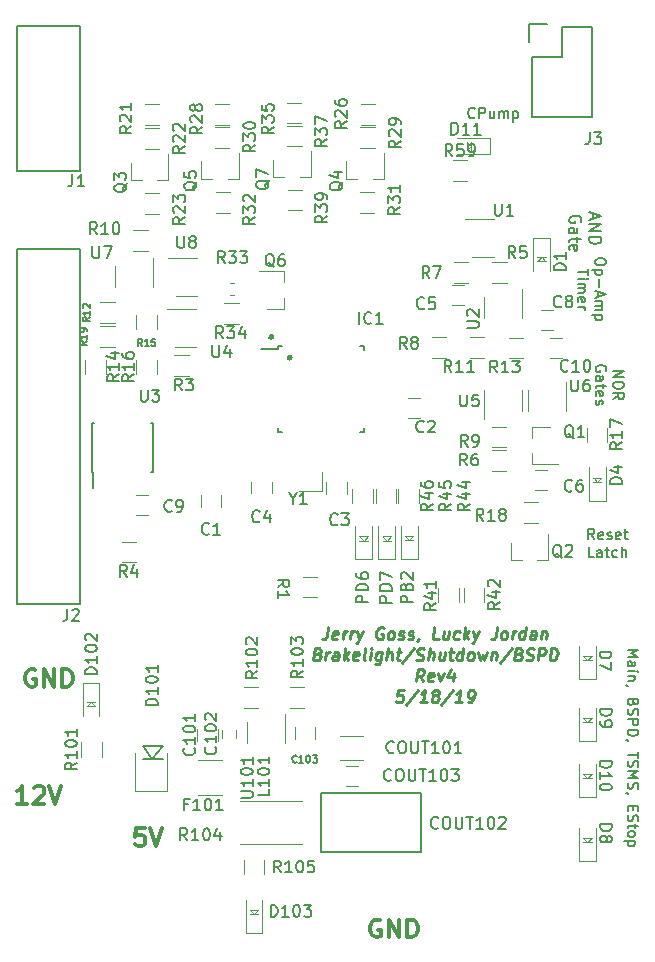
<source format=gbr>
G04 #@! TF.GenerationSoftware,KiCad,Pcbnew,(5.0.1)-4*
G04 #@! TF.CreationDate,2019-05-18T18:43:15-06:00*
G04 #@! TF.ProjectId,Brakelight_Shutdown_BSPD,4272616B656C696768745F5368757464,rev?*
G04 #@! TF.SameCoordinates,Original*
G04 #@! TF.FileFunction,Legend,Top*
G04 #@! TF.FilePolarity,Positive*
%FSLAX46Y46*%
G04 Gerber Fmt 4.6, Leading zero omitted, Abs format (unit mm)*
G04 Created by KiCad (PCBNEW (5.0.1)-4) date 5/18/2019 6:43:15 PM*
%MOMM*%
%LPD*%
G01*
G04 APERTURE LIST*
%ADD10C,0.254000*%
%ADD11C,0.152400*%
%ADD12C,0.300000*%
%ADD13C,0.150000*%
%ADD14C,0.120000*%
%ADD15C,0.100000*%
%ADD16C,0.500000*%
%ADD17C,0.200000*%
G04 APERTURE END LIST*
D10*
X187596160Y-100281619D02*
X187505445Y-101007333D01*
X187438922Y-101152476D01*
X187330064Y-101249238D01*
X187178874Y-101297619D01*
X187082112Y-101297619D01*
X188346064Y-101249238D02*
X188243255Y-101297619D01*
X188049731Y-101297619D01*
X187959017Y-101249238D01*
X187922731Y-101152476D01*
X187971112Y-100765428D01*
X188031588Y-100668666D01*
X188134398Y-100620285D01*
X188327922Y-100620285D01*
X188418636Y-100668666D01*
X188454922Y-100765428D01*
X188442826Y-100862190D01*
X187946922Y-100958952D01*
X188823826Y-101297619D02*
X188908493Y-100620285D01*
X188884302Y-100813809D02*
X188944779Y-100717047D01*
X188999207Y-100668666D01*
X189102017Y-100620285D01*
X189198779Y-100620285D01*
X189452779Y-101297619D02*
X189537445Y-100620285D01*
X189513255Y-100813809D02*
X189573731Y-100717047D01*
X189628160Y-100668666D01*
X189730969Y-100620285D01*
X189827731Y-100620285D01*
X190069636Y-100620285D02*
X190226874Y-101297619D01*
X190553445Y-100620285D02*
X190226874Y-101297619D01*
X190099874Y-101539523D01*
X190045445Y-101587904D01*
X189942636Y-101636285D01*
X192283064Y-100330000D02*
X192192350Y-100281619D01*
X192047207Y-100281619D01*
X191896017Y-100330000D01*
X191787160Y-100426761D01*
X191726683Y-100523523D01*
X191654112Y-100717047D01*
X191635969Y-100862190D01*
X191660160Y-101055714D01*
X191696445Y-101152476D01*
X191781112Y-101249238D01*
X191920207Y-101297619D01*
X192016969Y-101297619D01*
X192168160Y-101249238D01*
X192222588Y-101200857D01*
X192264922Y-100862190D01*
X192071398Y-100862190D01*
X192791064Y-101297619D02*
X192700350Y-101249238D01*
X192658017Y-101200857D01*
X192621731Y-101104095D01*
X192658017Y-100813809D01*
X192718493Y-100717047D01*
X192772922Y-100668666D01*
X192875731Y-100620285D01*
X193020874Y-100620285D01*
X193111588Y-100668666D01*
X193153922Y-100717047D01*
X193190207Y-100813809D01*
X193153922Y-101104095D01*
X193093445Y-101200857D01*
X193039017Y-101249238D01*
X192936207Y-101297619D01*
X192791064Y-101297619D01*
X193522826Y-101249238D02*
X193613541Y-101297619D01*
X193807064Y-101297619D01*
X193909874Y-101249238D01*
X193970350Y-101152476D01*
X193976398Y-101104095D01*
X193940112Y-101007333D01*
X193849398Y-100958952D01*
X193704255Y-100958952D01*
X193613541Y-100910571D01*
X193577255Y-100813809D01*
X193583302Y-100765428D01*
X193643779Y-100668666D01*
X193746588Y-100620285D01*
X193891731Y-100620285D01*
X193982445Y-100668666D01*
X194345302Y-101249238D02*
X194436017Y-101297619D01*
X194629541Y-101297619D01*
X194732350Y-101249238D01*
X194792826Y-101152476D01*
X194798874Y-101104095D01*
X194762588Y-101007333D01*
X194671874Y-100958952D01*
X194526731Y-100958952D01*
X194436017Y-100910571D01*
X194399731Y-100813809D01*
X194405779Y-100765428D01*
X194466255Y-100668666D01*
X194569064Y-100620285D01*
X194714207Y-100620285D01*
X194804922Y-100668666D01*
X195264541Y-101249238D02*
X195258493Y-101297619D01*
X195198017Y-101394380D01*
X195143588Y-101442761D01*
X196951826Y-101297619D02*
X196468017Y-101297619D01*
X196595017Y-100281619D01*
X197810588Y-100620285D02*
X197725922Y-101297619D01*
X197375160Y-100620285D02*
X197308636Y-101152476D01*
X197344922Y-101249238D01*
X197435636Y-101297619D01*
X197580779Y-101297619D01*
X197683588Y-101249238D01*
X197738017Y-101200857D01*
X198651207Y-101249238D02*
X198548398Y-101297619D01*
X198354874Y-101297619D01*
X198264160Y-101249238D01*
X198221826Y-101200857D01*
X198185541Y-101104095D01*
X198221826Y-100813809D01*
X198282302Y-100717047D01*
X198336731Y-100668666D01*
X198439541Y-100620285D01*
X198633064Y-100620285D01*
X198723779Y-100668666D01*
X199080588Y-101297619D02*
X199207588Y-100281619D01*
X199225731Y-100910571D02*
X199467636Y-101297619D01*
X199552302Y-100620285D02*
X199116874Y-101007333D01*
X199890969Y-100620285D02*
X200048207Y-101297619D01*
X200374779Y-100620285D02*
X200048207Y-101297619D01*
X199921207Y-101539523D01*
X199866779Y-101587904D01*
X199763969Y-101636285D01*
X201868541Y-100281619D02*
X201777826Y-101007333D01*
X201711302Y-101152476D01*
X201602445Y-101249238D01*
X201451255Y-101297619D01*
X201354493Y-101297619D01*
X202370493Y-101297619D02*
X202279779Y-101249238D01*
X202237445Y-101200857D01*
X202201160Y-101104095D01*
X202237445Y-100813809D01*
X202297922Y-100717047D01*
X202352350Y-100668666D01*
X202455160Y-100620285D01*
X202600302Y-100620285D01*
X202691017Y-100668666D01*
X202733350Y-100717047D01*
X202769636Y-100813809D01*
X202733350Y-101104095D01*
X202672874Y-101200857D01*
X202618445Y-101249238D01*
X202515636Y-101297619D01*
X202370493Y-101297619D01*
X203144588Y-101297619D02*
X203229255Y-100620285D01*
X203205064Y-100813809D02*
X203265541Y-100717047D01*
X203319969Y-100668666D01*
X203422779Y-100620285D01*
X203519541Y-100620285D01*
X204208969Y-101297619D02*
X204335969Y-100281619D01*
X204215017Y-101249238D02*
X204112207Y-101297619D01*
X203918683Y-101297619D01*
X203827969Y-101249238D01*
X203785636Y-101200857D01*
X203749350Y-101104095D01*
X203785636Y-100813809D01*
X203846112Y-100717047D01*
X203900541Y-100668666D01*
X204003350Y-100620285D01*
X204196874Y-100620285D01*
X204287588Y-100668666D01*
X205128207Y-101297619D02*
X205194731Y-100765428D01*
X205158445Y-100668666D01*
X205067731Y-100620285D01*
X204874207Y-100620285D01*
X204771398Y-100668666D01*
X205134255Y-101249238D02*
X205031445Y-101297619D01*
X204789541Y-101297619D01*
X204698826Y-101249238D01*
X204662541Y-101152476D01*
X204674636Y-101055714D01*
X204735112Y-100958952D01*
X204837922Y-100910571D01*
X205079826Y-100910571D01*
X205182636Y-100862190D01*
X205696683Y-100620285D02*
X205612017Y-101297619D01*
X205684588Y-100717047D02*
X205739017Y-100668666D01*
X205841826Y-100620285D01*
X205986969Y-100620285D01*
X206077683Y-100668666D01*
X206113969Y-100765428D01*
X206047445Y-101297619D01*
X186737398Y-102543428D02*
X186876493Y-102591809D01*
X186918826Y-102640190D01*
X186955112Y-102736952D01*
X186936969Y-102882095D01*
X186876493Y-102978857D01*
X186822064Y-103027238D01*
X186719255Y-103075619D01*
X186332207Y-103075619D01*
X186459207Y-102059619D01*
X186797874Y-102059619D01*
X186888588Y-102108000D01*
X186930922Y-102156380D01*
X186967207Y-102253142D01*
X186955112Y-102349904D01*
X186894636Y-102446666D01*
X186840207Y-102495047D01*
X186737398Y-102543428D01*
X186398731Y-102543428D01*
X187348207Y-103075619D02*
X187432874Y-102398285D01*
X187408683Y-102591809D02*
X187469160Y-102495047D01*
X187523588Y-102446666D01*
X187626398Y-102398285D01*
X187723160Y-102398285D01*
X188412588Y-103075619D02*
X188479112Y-102543428D01*
X188442826Y-102446666D01*
X188352112Y-102398285D01*
X188158588Y-102398285D01*
X188055779Y-102446666D01*
X188418636Y-103027238D02*
X188315826Y-103075619D01*
X188073922Y-103075619D01*
X187983207Y-103027238D01*
X187946922Y-102930476D01*
X187959017Y-102833714D01*
X188019493Y-102736952D01*
X188122302Y-102688571D01*
X188364207Y-102688571D01*
X188467017Y-102640190D01*
X188896398Y-103075619D02*
X189023398Y-102059619D01*
X189041541Y-102688571D02*
X189283445Y-103075619D01*
X189368112Y-102398285D02*
X188932683Y-102785333D01*
X190111969Y-103027238D02*
X190009160Y-103075619D01*
X189815636Y-103075619D01*
X189724922Y-103027238D01*
X189688636Y-102930476D01*
X189737017Y-102543428D01*
X189797493Y-102446666D01*
X189900302Y-102398285D01*
X190093826Y-102398285D01*
X190184541Y-102446666D01*
X190220826Y-102543428D01*
X190208731Y-102640190D01*
X189712826Y-102736952D01*
X190734874Y-103075619D02*
X190644160Y-103027238D01*
X190607874Y-102930476D01*
X190716731Y-102059619D01*
X191121922Y-103075619D02*
X191206588Y-102398285D01*
X191248922Y-102059619D02*
X191194493Y-102108000D01*
X191236826Y-102156380D01*
X191291255Y-102108000D01*
X191248922Y-102059619D01*
X191236826Y-102156380D01*
X192125826Y-102398285D02*
X192023017Y-103220761D01*
X191962541Y-103317523D01*
X191908112Y-103365904D01*
X191805302Y-103414285D01*
X191660160Y-103414285D01*
X191569445Y-103365904D01*
X192047207Y-103027238D02*
X191944398Y-103075619D01*
X191750874Y-103075619D01*
X191660160Y-103027238D01*
X191617826Y-102978857D01*
X191581541Y-102882095D01*
X191617826Y-102591809D01*
X191678302Y-102495047D01*
X191732731Y-102446666D01*
X191835541Y-102398285D01*
X192029064Y-102398285D01*
X192119779Y-102446666D01*
X192524969Y-103075619D02*
X192651969Y-102059619D01*
X192960398Y-103075619D02*
X193026922Y-102543428D01*
X192990636Y-102446666D01*
X192899922Y-102398285D01*
X192754779Y-102398285D01*
X192651969Y-102446666D01*
X192597541Y-102495047D01*
X193383731Y-102398285D02*
X193770779Y-102398285D01*
X193571207Y-102059619D02*
X193462350Y-102930476D01*
X193498636Y-103027238D01*
X193589350Y-103075619D01*
X193686112Y-103075619D01*
X194883541Y-102011238D02*
X193849398Y-103317523D01*
X195046826Y-103027238D02*
X195185922Y-103075619D01*
X195427826Y-103075619D01*
X195530636Y-103027238D01*
X195585064Y-102978857D01*
X195645541Y-102882095D01*
X195657636Y-102785333D01*
X195621350Y-102688571D01*
X195579017Y-102640190D01*
X195488302Y-102591809D01*
X195300826Y-102543428D01*
X195210112Y-102495047D01*
X195167779Y-102446666D01*
X195131493Y-102349904D01*
X195143588Y-102253142D01*
X195204064Y-102156380D01*
X195258493Y-102108000D01*
X195361302Y-102059619D01*
X195603207Y-102059619D01*
X195742302Y-102108000D01*
X196056779Y-103075619D02*
X196183779Y-102059619D01*
X196492207Y-103075619D02*
X196558731Y-102543428D01*
X196522445Y-102446666D01*
X196431731Y-102398285D01*
X196286588Y-102398285D01*
X196183779Y-102446666D01*
X196129350Y-102495047D01*
X197496112Y-102398285D02*
X197411445Y-103075619D01*
X197060683Y-102398285D02*
X196994160Y-102930476D01*
X197030445Y-103027238D01*
X197121160Y-103075619D01*
X197266302Y-103075619D01*
X197369112Y-103027238D01*
X197423541Y-102978857D01*
X197834779Y-102398285D02*
X198221826Y-102398285D01*
X198022255Y-102059619D02*
X197913398Y-102930476D01*
X197949683Y-103027238D01*
X198040398Y-103075619D01*
X198137160Y-103075619D01*
X198911255Y-103075619D02*
X199038255Y-102059619D01*
X198917302Y-103027238D02*
X198814493Y-103075619D01*
X198620969Y-103075619D01*
X198530255Y-103027238D01*
X198487922Y-102978857D01*
X198451636Y-102882095D01*
X198487922Y-102591809D01*
X198548398Y-102495047D01*
X198602826Y-102446666D01*
X198705636Y-102398285D01*
X198899160Y-102398285D01*
X198989874Y-102446666D01*
X199540207Y-103075619D02*
X199449493Y-103027238D01*
X199407160Y-102978857D01*
X199370874Y-102882095D01*
X199407160Y-102591809D01*
X199467636Y-102495047D01*
X199522064Y-102446666D01*
X199624874Y-102398285D01*
X199770017Y-102398285D01*
X199860731Y-102446666D01*
X199903064Y-102495047D01*
X199939350Y-102591809D01*
X199903064Y-102882095D01*
X199842588Y-102978857D01*
X199788160Y-103027238D01*
X199685350Y-103075619D01*
X199540207Y-103075619D01*
X200302207Y-102398285D02*
X200411064Y-103075619D01*
X200665064Y-102591809D01*
X200798112Y-103075619D01*
X201076302Y-102398285D01*
X201463350Y-102398285D02*
X201378683Y-103075619D01*
X201451255Y-102495047D02*
X201505683Y-102446666D01*
X201608493Y-102398285D01*
X201753636Y-102398285D01*
X201844350Y-102446666D01*
X201880636Y-102543428D01*
X201814112Y-103075619D01*
X203156683Y-102011238D02*
X202122541Y-103317523D01*
X203767493Y-102543428D02*
X203906588Y-102591809D01*
X203948922Y-102640190D01*
X203985207Y-102736952D01*
X203967064Y-102882095D01*
X203906588Y-102978857D01*
X203852160Y-103027238D01*
X203749350Y-103075619D01*
X203362302Y-103075619D01*
X203489302Y-102059619D01*
X203827969Y-102059619D01*
X203918683Y-102108000D01*
X203961017Y-102156380D01*
X203997302Y-102253142D01*
X203985207Y-102349904D01*
X203924731Y-102446666D01*
X203870302Y-102495047D01*
X203767493Y-102543428D01*
X203428826Y-102543428D01*
X204335969Y-103027238D02*
X204475064Y-103075619D01*
X204716969Y-103075619D01*
X204819779Y-103027238D01*
X204874207Y-102978857D01*
X204934683Y-102882095D01*
X204946779Y-102785333D01*
X204910493Y-102688571D01*
X204868160Y-102640190D01*
X204777445Y-102591809D01*
X204589969Y-102543428D01*
X204499255Y-102495047D01*
X204456922Y-102446666D01*
X204420636Y-102349904D01*
X204432731Y-102253142D01*
X204493207Y-102156380D01*
X204547636Y-102108000D01*
X204650445Y-102059619D01*
X204892350Y-102059619D01*
X205031445Y-102108000D01*
X205345922Y-103075619D02*
X205472922Y-102059619D01*
X205859969Y-102059619D01*
X205950683Y-102108000D01*
X205993017Y-102156380D01*
X206029302Y-102253142D01*
X206011160Y-102398285D01*
X205950683Y-102495047D01*
X205896255Y-102543428D01*
X205793445Y-102591809D01*
X205406398Y-102591809D01*
X206361922Y-103075619D02*
X206488922Y-102059619D01*
X206730826Y-102059619D01*
X206869922Y-102108000D01*
X206954588Y-102204761D01*
X206990874Y-102301523D01*
X207015064Y-102495047D01*
X206996922Y-102640190D01*
X206924350Y-102833714D01*
X206863874Y-102930476D01*
X206755017Y-103027238D01*
X206603826Y-103075619D01*
X206361922Y-103075619D01*
X195621350Y-104853619D02*
X195343160Y-104369809D01*
X195040779Y-104853619D02*
X195167779Y-103837619D01*
X195554826Y-103837619D01*
X195645541Y-103886000D01*
X195687874Y-103934380D01*
X195724160Y-104031142D01*
X195706017Y-104176285D01*
X195645541Y-104273047D01*
X195591112Y-104321428D01*
X195488302Y-104369809D01*
X195101255Y-104369809D01*
X196449874Y-104805238D02*
X196347064Y-104853619D01*
X196153541Y-104853619D01*
X196062826Y-104805238D01*
X196026541Y-104708476D01*
X196074922Y-104321428D01*
X196135398Y-104224666D01*
X196238207Y-104176285D01*
X196431731Y-104176285D01*
X196522445Y-104224666D01*
X196558731Y-104321428D01*
X196546636Y-104418190D01*
X196050731Y-104514952D01*
X196915541Y-104176285D02*
X197072779Y-104853619D01*
X197399350Y-104176285D01*
X198221826Y-104176285D02*
X198137160Y-104853619D01*
X198028302Y-103789238D02*
X197695683Y-104514952D01*
X198324636Y-104514952D01*
X193982445Y-105615619D02*
X193498636Y-105615619D01*
X193389779Y-106099428D01*
X193444207Y-106051047D01*
X193547017Y-106002666D01*
X193788922Y-106002666D01*
X193879636Y-106051047D01*
X193921969Y-106099428D01*
X193958255Y-106196190D01*
X193928017Y-106438095D01*
X193867541Y-106534857D01*
X193813112Y-106583238D01*
X193710302Y-106631619D01*
X193468398Y-106631619D01*
X193377683Y-106583238D01*
X193335350Y-106534857D01*
X195198017Y-105567238D02*
X194163874Y-106873523D01*
X195935826Y-106631619D02*
X195355255Y-106631619D01*
X195645541Y-106631619D02*
X195772541Y-105615619D01*
X195657636Y-105760761D01*
X195548779Y-105857523D01*
X195445969Y-105905904D01*
X196588969Y-106051047D02*
X196498255Y-106002666D01*
X196455922Y-105954285D01*
X196419636Y-105857523D01*
X196425683Y-105809142D01*
X196486160Y-105712380D01*
X196540588Y-105664000D01*
X196643398Y-105615619D01*
X196836922Y-105615619D01*
X196927636Y-105664000D01*
X196969969Y-105712380D01*
X197006255Y-105809142D01*
X197000207Y-105857523D01*
X196939731Y-105954285D01*
X196885302Y-106002666D01*
X196782493Y-106051047D01*
X196588969Y-106051047D01*
X196486160Y-106099428D01*
X196431731Y-106147809D01*
X196371255Y-106244571D01*
X196347064Y-106438095D01*
X196383350Y-106534857D01*
X196425683Y-106583238D01*
X196516398Y-106631619D01*
X196709922Y-106631619D01*
X196812731Y-106583238D01*
X196867160Y-106534857D01*
X196927636Y-106438095D01*
X196951826Y-106244571D01*
X196915541Y-106147809D01*
X196873207Y-106099428D01*
X196782493Y-106051047D01*
X198197636Y-105567238D02*
X197163493Y-106873523D01*
X198935445Y-106631619D02*
X198354874Y-106631619D01*
X198645160Y-106631619D02*
X198772160Y-105615619D01*
X198657255Y-105760761D01*
X198548398Y-105857523D01*
X198445588Y-105905904D01*
X199419255Y-106631619D02*
X199612779Y-106631619D01*
X199715588Y-106583238D01*
X199770017Y-106534857D01*
X199884922Y-106389714D01*
X199957493Y-106196190D01*
X200005874Y-105809142D01*
X199969588Y-105712380D01*
X199927255Y-105664000D01*
X199836541Y-105615619D01*
X199643017Y-105615619D01*
X199540207Y-105664000D01*
X199485779Y-105712380D01*
X199425302Y-105809142D01*
X199395064Y-106051047D01*
X199431350Y-106147809D01*
X199473683Y-106196190D01*
X199564398Y-106244571D01*
X199757922Y-106244571D01*
X199860731Y-106196190D01*
X199915160Y-106147809D01*
X199975636Y-106051047D01*
D11*
X210125733Y-92851816D02*
X209829400Y-92428483D01*
X209617733Y-92851816D02*
X209617733Y-91962816D01*
X209956400Y-91962816D01*
X210041066Y-92005150D01*
X210083400Y-92047483D01*
X210125733Y-92132150D01*
X210125733Y-92259150D01*
X210083400Y-92343816D01*
X210041066Y-92386150D01*
X209956400Y-92428483D01*
X209617733Y-92428483D01*
X210845400Y-92809483D02*
X210760733Y-92851816D01*
X210591400Y-92851816D01*
X210506733Y-92809483D01*
X210464400Y-92724816D01*
X210464400Y-92386150D01*
X210506733Y-92301483D01*
X210591400Y-92259150D01*
X210760733Y-92259150D01*
X210845400Y-92301483D01*
X210887733Y-92386150D01*
X210887733Y-92470816D01*
X210464400Y-92555483D01*
X211226400Y-92809483D02*
X211311066Y-92851816D01*
X211480400Y-92851816D01*
X211565066Y-92809483D01*
X211607400Y-92724816D01*
X211607400Y-92682483D01*
X211565066Y-92597816D01*
X211480400Y-92555483D01*
X211353400Y-92555483D01*
X211268733Y-92513150D01*
X211226400Y-92428483D01*
X211226400Y-92386150D01*
X211268733Y-92301483D01*
X211353400Y-92259150D01*
X211480400Y-92259150D01*
X211565066Y-92301483D01*
X212327066Y-92809483D02*
X212242400Y-92851816D01*
X212073066Y-92851816D01*
X211988400Y-92809483D01*
X211946066Y-92724816D01*
X211946066Y-92386150D01*
X211988400Y-92301483D01*
X212073066Y-92259150D01*
X212242400Y-92259150D01*
X212327066Y-92301483D01*
X212369400Y-92386150D01*
X212369400Y-92470816D01*
X211946066Y-92555483D01*
X212623400Y-92259150D02*
X212962066Y-92259150D01*
X212750400Y-91962816D02*
X212750400Y-92724816D01*
X212792733Y-92809483D01*
X212877400Y-92851816D01*
X212962066Y-92851816D01*
X210062233Y-94337716D02*
X209638900Y-94337716D01*
X209638900Y-93448716D01*
X210739566Y-94337716D02*
X210739566Y-93872050D01*
X210697233Y-93787383D01*
X210612566Y-93745050D01*
X210443233Y-93745050D01*
X210358566Y-93787383D01*
X210739566Y-94295383D02*
X210654900Y-94337716D01*
X210443233Y-94337716D01*
X210358566Y-94295383D01*
X210316233Y-94210716D01*
X210316233Y-94126050D01*
X210358566Y-94041383D01*
X210443233Y-93999050D01*
X210654900Y-93999050D01*
X210739566Y-93956716D01*
X211035900Y-93745050D02*
X211374566Y-93745050D01*
X211162900Y-93448716D02*
X211162900Y-94210716D01*
X211205233Y-94295383D01*
X211289900Y-94337716D01*
X211374566Y-94337716D01*
X212051900Y-94295383D02*
X211967233Y-94337716D01*
X211797900Y-94337716D01*
X211713233Y-94295383D01*
X211670900Y-94253050D01*
X211628566Y-94168383D01*
X211628566Y-93914383D01*
X211670900Y-93829716D01*
X211713233Y-93787383D01*
X211797900Y-93745050D01*
X211967233Y-93745050D01*
X212051900Y-93787383D01*
X212432900Y-94337716D02*
X212432900Y-93448716D01*
X212813900Y-94337716D02*
X212813900Y-93872050D01*
X212771566Y-93787383D01*
X212686900Y-93745050D01*
X212559900Y-93745050D01*
X212475233Y-93787383D01*
X212432900Y-93829716D01*
X211744983Y-78617233D02*
X212633983Y-78617233D01*
X211744983Y-79125233D01*
X212633983Y-79125233D01*
X212633983Y-79717900D02*
X212633983Y-79887233D01*
X212591650Y-79971900D01*
X212506983Y-80056566D01*
X212337650Y-80098900D01*
X212041316Y-80098900D01*
X211871983Y-80056566D01*
X211787316Y-79971900D01*
X211744983Y-79887233D01*
X211744983Y-79717900D01*
X211787316Y-79633233D01*
X211871983Y-79548566D01*
X212041316Y-79506233D01*
X212337650Y-79506233D01*
X212506983Y-79548566D01*
X212591650Y-79633233D01*
X212633983Y-79717900D01*
X211744983Y-80987900D02*
X212168316Y-80691566D01*
X211744983Y-80479900D02*
X212633983Y-80479900D01*
X212633983Y-80818566D01*
X212591650Y-80903233D01*
X212549316Y-80945566D01*
X212464650Y-80987900D01*
X212337650Y-80987900D01*
X212252983Y-80945566D01*
X212210650Y-80903233D01*
X212168316Y-80818566D01*
X212168316Y-80479900D01*
X211105750Y-78617233D02*
X211148083Y-78532566D01*
X211148083Y-78405566D01*
X211105750Y-78278566D01*
X211021083Y-78193900D01*
X210936416Y-78151566D01*
X210767083Y-78109233D01*
X210640083Y-78109233D01*
X210470750Y-78151566D01*
X210386083Y-78193900D01*
X210301416Y-78278566D01*
X210259083Y-78405566D01*
X210259083Y-78490233D01*
X210301416Y-78617233D01*
X210343750Y-78659566D01*
X210640083Y-78659566D01*
X210640083Y-78490233D01*
X210259083Y-79421566D02*
X210724750Y-79421566D01*
X210809416Y-79379233D01*
X210851750Y-79294566D01*
X210851750Y-79125233D01*
X210809416Y-79040566D01*
X210301416Y-79421566D02*
X210259083Y-79336900D01*
X210259083Y-79125233D01*
X210301416Y-79040566D01*
X210386083Y-78998233D01*
X210470750Y-78998233D01*
X210555416Y-79040566D01*
X210597750Y-79125233D01*
X210597750Y-79336900D01*
X210640083Y-79421566D01*
X210851750Y-79717900D02*
X210851750Y-80056566D01*
X211148083Y-79844900D02*
X210386083Y-79844900D01*
X210301416Y-79887233D01*
X210259083Y-79971900D01*
X210259083Y-80056566D01*
X210301416Y-80691566D02*
X210259083Y-80606900D01*
X210259083Y-80437566D01*
X210301416Y-80352900D01*
X210386083Y-80310566D01*
X210724750Y-80310566D01*
X210809416Y-80352900D01*
X210851750Y-80437566D01*
X210851750Y-80606900D01*
X210809416Y-80691566D01*
X210724750Y-80733900D01*
X210640083Y-80733900D01*
X210555416Y-80310566D01*
X210301416Y-81072566D02*
X210259083Y-81157233D01*
X210259083Y-81326566D01*
X210301416Y-81411233D01*
X210386083Y-81453566D01*
X210428416Y-81453566D01*
X210513083Y-81411233D01*
X210555416Y-81326566D01*
X210555416Y-81199566D01*
X210597750Y-81114900D01*
X210682416Y-81072566D01*
X210724750Y-81072566D01*
X210809416Y-81114900D01*
X210851750Y-81199566D01*
X210851750Y-81326566D01*
X210809416Y-81411233D01*
X211109983Y-69265800D02*
X211109983Y-69435133D01*
X211067650Y-69519800D01*
X210982983Y-69604466D01*
X210813650Y-69646800D01*
X210517316Y-69646800D01*
X210347983Y-69604466D01*
X210263316Y-69519800D01*
X210220983Y-69435133D01*
X210220983Y-69265800D01*
X210263316Y-69181133D01*
X210347983Y-69096466D01*
X210517316Y-69054133D01*
X210813650Y-69054133D01*
X210982983Y-69096466D01*
X211067650Y-69181133D01*
X211109983Y-69265800D01*
X210813650Y-70027800D02*
X209924650Y-70027800D01*
X210771316Y-70027800D02*
X210813650Y-70112466D01*
X210813650Y-70281800D01*
X210771316Y-70366466D01*
X210728983Y-70408800D01*
X210644316Y-70451133D01*
X210390316Y-70451133D01*
X210305650Y-70408800D01*
X210263316Y-70366466D01*
X210220983Y-70281800D01*
X210220983Y-70112466D01*
X210263316Y-70027800D01*
X210559650Y-70832133D02*
X210559650Y-71509466D01*
X210474983Y-71890466D02*
X210474983Y-72313800D01*
X210220983Y-71805800D02*
X211109983Y-72102133D01*
X210220983Y-72398466D01*
X210220983Y-72694800D02*
X210813650Y-72694800D01*
X210728983Y-72694800D02*
X210771316Y-72737133D01*
X210813650Y-72821800D01*
X210813650Y-72948800D01*
X210771316Y-73033466D01*
X210686650Y-73075800D01*
X210220983Y-73075800D01*
X210686650Y-73075800D02*
X210771316Y-73118133D01*
X210813650Y-73202800D01*
X210813650Y-73329800D01*
X210771316Y-73414466D01*
X210686650Y-73456800D01*
X210220983Y-73456800D01*
X210813650Y-73880133D02*
X209924650Y-73880133D01*
X210771316Y-73880133D02*
X210813650Y-73964800D01*
X210813650Y-74134133D01*
X210771316Y-74218800D01*
X210728983Y-74261133D01*
X210644316Y-74303466D01*
X210390316Y-74303466D01*
X210305650Y-74261133D01*
X210263316Y-74218800D01*
X210220983Y-74134133D01*
X210220983Y-73964800D01*
X210263316Y-73880133D01*
X209624083Y-69964300D02*
X209624083Y-70472300D01*
X208735083Y-70218300D02*
X209624083Y-70218300D01*
X208735083Y-70768633D02*
X209327750Y-70768633D01*
X209624083Y-70768633D02*
X209581750Y-70726300D01*
X209539416Y-70768633D01*
X209581750Y-70810966D01*
X209624083Y-70768633D01*
X209539416Y-70768633D01*
X208735083Y-71191966D02*
X209327750Y-71191966D01*
X209243083Y-71191966D02*
X209285416Y-71234300D01*
X209327750Y-71318966D01*
X209327750Y-71445966D01*
X209285416Y-71530633D01*
X209200750Y-71572966D01*
X208735083Y-71572966D01*
X209200750Y-71572966D02*
X209285416Y-71615300D01*
X209327750Y-71699966D01*
X209327750Y-71826966D01*
X209285416Y-71911633D01*
X209200750Y-71953966D01*
X208735083Y-71953966D01*
X208777416Y-72715966D02*
X208735083Y-72631300D01*
X208735083Y-72461966D01*
X208777416Y-72377300D01*
X208862083Y-72334966D01*
X209200750Y-72334966D01*
X209285416Y-72377300D01*
X209327750Y-72461966D01*
X209327750Y-72631300D01*
X209285416Y-72715966D01*
X209200750Y-72758300D01*
X209116083Y-72758300D01*
X209031416Y-72334966D01*
X208735083Y-73139300D02*
X209327750Y-73139300D01*
X209158416Y-73139300D02*
X209243083Y-73181633D01*
X209285416Y-73223966D01*
X209327750Y-73308633D01*
X209327750Y-73393300D01*
X209990266Y-65259857D02*
X209990266Y-65743666D01*
X209699980Y-65163095D02*
X210715980Y-65501761D01*
X209699980Y-65840428D01*
X209699980Y-66179095D02*
X210715980Y-66179095D01*
X209699980Y-66759666D01*
X210715980Y-66759666D01*
X209699980Y-67243476D02*
X210715980Y-67243476D01*
X210715980Y-67485380D01*
X210667600Y-67630523D01*
X210570838Y-67727285D01*
X210474076Y-67775666D01*
X210280552Y-67824047D01*
X210135409Y-67824047D01*
X209941885Y-67775666D01*
X209845123Y-67727285D01*
X209748361Y-67630523D01*
X209699980Y-67485380D01*
X209699980Y-67243476D01*
X208991200Y-66009761D02*
X209039580Y-65913000D01*
X209039580Y-65767857D01*
X208991200Y-65622714D01*
X208894438Y-65525952D01*
X208797676Y-65477571D01*
X208604152Y-65429190D01*
X208459009Y-65429190D01*
X208265485Y-65477571D01*
X208168723Y-65525952D01*
X208071961Y-65622714D01*
X208023580Y-65767857D01*
X208023580Y-65864619D01*
X208071961Y-66009761D01*
X208120342Y-66058142D01*
X208459009Y-66058142D01*
X208459009Y-65864619D01*
X208023580Y-66929000D02*
X208555771Y-66929000D01*
X208652533Y-66880619D01*
X208700914Y-66783857D01*
X208700914Y-66590333D01*
X208652533Y-66493571D01*
X208071961Y-66929000D02*
X208023580Y-66832238D01*
X208023580Y-66590333D01*
X208071961Y-66493571D01*
X208168723Y-66445190D01*
X208265485Y-66445190D01*
X208362247Y-66493571D01*
X208410628Y-66590333D01*
X208410628Y-66832238D01*
X208459009Y-66929000D01*
X208700914Y-67267666D02*
X208700914Y-67654714D01*
X209039580Y-67412809D02*
X208168723Y-67412809D01*
X208071961Y-67461190D01*
X208023580Y-67557952D01*
X208023580Y-67654714D01*
X208071961Y-68380428D02*
X208023580Y-68283666D01*
X208023580Y-68090142D01*
X208071961Y-67993380D01*
X208168723Y-67945000D01*
X208555771Y-67945000D01*
X208652533Y-67993380D01*
X208700914Y-68090142D01*
X208700914Y-68283666D01*
X208652533Y-68380428D01*
X208555771Y-68428809D01*
X208459009Y-68428809D01*
X208362247Y-67945000D01*
X200008066Y-57111900D02*
X199965733Y-57154233D01*
X199838733Y-57196566D01*
X199754066Y-57196566D01*
X199627066Y-57154233D01*
X199542400Y-57069566D01*
X199500066Y-56984900D01*
X199457733Y-56815566D01*
X199457733Y-56688566D01*
X199500066Y-56519233D01*
X199542400Y-56434566D01*
X199627066Y-56349900D01*
X199754066Y-56307566D01*
X199838733Y-56307566D01*
X199965733Y-56349900D01*
X200008066Y-56392233D01*
X200389066Y-57196566D02*
X200389066Y-56307566D01*
X200727733Y-56307566D01*
X200812400Y-56349900D01*
X200854733Y-56392233D01*
X200897066Y-56476900D01*
X200897066Y-56603900D01*
X200854733Y-56688566D01*
X200812400Y-56730900D01*
X200727733Y-56773233D01*
X200389066Y-56773233D01*
X201659066Y-56603900D02*
X201659066Y-57196566D01*
X201278066Y-56603900D02*
X201278066Y-57069566D01*
X201320400Y-57154233D01*
X201405066Y-57196566D01*
X201532066Y-57196566D01*
X201616733Y-57154233D01*
X201659066Y-57111900D01*
X202082400Y-57196566D02*
X202082400Y-56603900D01*
X202082400Y-56688566D02*
X202124733Y-56646233D01*
X202209400Y-56603900D01*
X202336400Y-56603900D01*
X202421066Y-56646233D01*
X202463400Y-56730900D01*
X202463400Y-57196566D01*
X202463400Y-56730900D02*
X202505733Y-56646233D01*
X202590400Y-56603900D01*
X202717400Y-56603900D01*
X202802066Y-56646233D01*
X202844400Y-56730900D01*
X202844400Y-57196566D01*
X203267733Y-56603900D02*
X203267733Y-57492900D01*
X203267733Y-56646233D02*
X203352400Y-56603900D01*
X203521733Y-56603900D01*
X203606400Y-56646233D01*
X203648733Y-56688566D01*
X203691066Y-56773233D01*
X203691066Y-57027233D01*
X203648733Y-57111900D01*
X203606400Y-57154233D01*
X203521733Y-57196566D01*
X203352400Y-57196566D01*
X203267733Y-57154233D01*
X212957833Y-102192666D02*
X213846833Y-102192666D01*
X213211833Y-102489000D01*
X213846833Y-102785333D01*
X212957833Y-102785333D01*
X212957833Y-103589666D02*
X213423500Y-103589666D01*
X213508166Y-103547333D01*
X213550500Y-103462666D01*
X213550500Y-103293333D01*
X213508166Y-103208666D01*
X213000166Y-103589666D02*
X212957833Y-103505000D01*
X212957833Y-103293333D01*
X213000166Y-103208666D01*
X213084833Y-103166333D01*
X213169500Y-103166333D01*
X213254166Y-103208666D01*
X213296500Y-103293333D01*
X213296500Y-103505000D01*
X213338833Y-103589666D01*
X212957833Y-104013000D02*
X213550500Y-104013000D01*
X213846833Y-104013000D02*
X213804500Y-103970666D01*
X213762166Y-104013000D01*
X213804500Y-104055333D01*
X213846833Y-104013000D01*
X213762166Y-104013000D01*
X213550500Y-104436333D02*
X212957833Y-104436333D01*
X213465833Y-104436333D02*
X213508166Y-104478666D01*
X213550500Y-104563333D01*
X213550500Y-104690333D01*
X213508166Y-104775000D01*
X213423500Y-104817333D01*
X212957833Y-104817333D01*
X213000166Y-105283000D02*
X212957833Y-105283000D01*
X212873166Y-105240666D01*
X212830833Y-105198333D01*
X213423500Y-106637666D02*
X213381166Y-106764666D01*
X213338833Y-106807000D01*
X213254166Y-106849333D01*
X213127166Y-106849333D01*
X213042500Y-106807000D01*
X213000166Y-106764666D01*
X212957833Y-106680000D01*
X212957833Y-106341333D01*
X213846833Y-106341333D01*
X213846833Y-106637666D01*
X213804500Y-106722333D01*
X213762166Y-106764666D01*
X213677500Y-106807000D01*
X213592833Y-106807000D01*
X213508166Y-106764666D01*
X213465833Y-106722333D01*
X213423500Y-106637666D01*
X213423500Y-106341333D01*
X213000166Y-107188000D02*
X212957833Y-107315000D01*
X212957833Y-107526666D01*
X213000166Y-107611333D01*
X213042500Y-107653666D01*
X213127166Y-107696000D01*
X213211833Y-107696000D01*
X213296500Y-107653666D01*
X213338833Y-107611333D01*
X213381166Y-107526666D01*
X213423500Y-107357333D01*
X213465833Y-107272666D01*
X213508166Y-107230333D01*
X213592833Y-107188000D01*
X213677500Y-107188000D01*
X213762166Y-107230333D01*
X213804500Y-107272666D01*
X213846833Y-107357333D01*
X213846833Y-107569000D01*
X213804500Y-107696000D01*
X212957833Y-108077000D02*
X213846833Y-108077000D01*
X213846833Y-108415666D01*
X213804500Y-108500333D01*
X213762166Y-108542666D01*
X213677500Y-108585000D01*
X213550500Y-108585000D01*
X213465833Y-108542666D01*
X213423500Y-108500333D01*
X213381166Y-108415666D01*
X213381166Y-108077000D01*
X212957833Y-108966000D02*
X213846833Y-108966000D01*
X213846833Y-109177666D01*
X213804500Y-109304666D01*
X213719833Y-109389333D01*
X213635166Y-109431666D01*
X213465833Y-109474000D01*
X213338833Y-109474000D01*
X213169500Y-109431666D01*
X213084833Y-109389333D01*
X213000166Y-109304666D01*
X212957833Y-109177666D01*
X212957833Y-108966000D01*
X213000166Y-109897333D02*
X212957833Y-109897333D01*
X212873166Y-109855000D01*
X212830833Y-109812666D01*
X213846833Y-110828666D02*
X213846833Y-111336666D01*
X212957833Y-111082666D02*
X213846833Y-111082666D01*
X213000166Y-111590666D02*
X212957833Y-111717666D01*
X212957833Y-111929333D01*
X213000166Y-112014000D01*
X213042500Y-112056333D01*
X213127166Y-112098666D01*
X213211833Y-112098666D01*
X213296500Y-112056333D01*
X213338833Y-112014000D01*
X213381166Y-111929333D01*
X213423500Y-111760000D01*
X213465833Y-111675333D01*
X213508166Y-111633000D01*
X213592833Y-111590666D01*
X213677500Y-111590666D01*
X213762166Y-111633000D01*
X213804500Y-111675333D01*
X213846833Y-111760000D01*
X213846833Y-111971666D01*
X213804500Y-112098666D01*
X212957833Y-112479666D02*
X213846833Y-112479666D01*
X213211833Y-112776000D01*
X213846833Y-113072333D01*
X212957833Y-113072333D01*
X213000166Y-113453333D02*
X212957833Y-113580333D01*
X212957833Y-113792000D01*
X213000166Y-113876666D01*
X213042500Y-113919000D01*
X213127166Y-113961333D01*
X213211833Y-113961333D01*
X213296500Y-113919000D01*
X213338833Y-113876666D01*
X213381166Y-113792000D01*
X213423500Y-113622666D01*
X213465833Y-113538000D01*
X213508166Y-113495666D01*
X213592833Y-113453333D01*
X213677500Y-113453333D01*
X213762166Y-113495666D01*
X213804500Y-113538000D01*
X213846833Y-113622666D01*
X213846833Y-113834333D01*
X213804500Y-113961333D01*
X213000166Y-114384666D02*
X212957833Y-114384666D01*
X212873166Y-114342333D01*
X212830833Y-114300000D01*
X213423500Y-115443000D02*
X213423500Y-115739333D01*
X212957833Y-115866333D02*
X212957833Y-115443000D01*
X213846833Y-115443000D01*
X213846833Y-115866333D01*
X213000166Y-116205000D02*
X212957833Y-116332000D01*
X212957833Y-116543666D01*
X213000166Y-116628333D01*
X213042500Y-116670666D01*
X213127166Y-116713000D01*
X213211833Y-116713000D01*
X213296500Y-116670666D01*
X213338833Y-116628333D01*
X213381166Y-116543666D01*
X213423500Y-116374333D01*
X213465833Y-116289666D01*
X213508166Y-116247333D01*
X213592833Y-116205000D01*
X213677500Y-116205000D01*
X213762166Y-116247333D01*
X213804500Y-116289666D01*
X213846833Y-116374333D01*
X213846833Y-116586000D01*
X213804500Y-116713000D01*
X213550500Y-116967000D02*
X213550500Y-117305666D01*
X213846833Y-117094000D02*
X213084833Y-117094000D01*
X213000166Y-117136333D01*
X212957833Y-117221000D01*
X212957833Y-117305666D01*
X212957833Y-117729000D02*
X213000166Y-117644333D01*
X213042500Y-117602000D01*
X213127166Y-117559666D01*
X213381166Y-117559666D01*
X213465833Y-117602000D01*
X213508166Y-117644333D01*
X213550500Y-117729000D01*
X213550500Y-117856000D01*
X213508166Y-117940666D01*
X213465833Y-117983000D01*
X213381166Y-118025333D01*
X213127166Y-118025333D01*
X213042500Y-117983000D01*
X213000166Y-117940666D01*
X212957833Y-117856000D01*
X212957833Y-117729000D01*
X213550500Y-118406333D02*
X212661500Y-118406333D01*
X213508166Y-118406333D02*
X213550500Y-118491000D01*
X213550500Y-118660333D01*
X213508166Y-118745000D01*
X213465833Y-118787333D01*
X213381166Y-118829666D01*
X213127166Y-118829666D01*
X213042500Y-118787333D01*
X213000166Y-118745000D01*
X212957833Y-118660333D01*
X212957833Y-118491000D01*
X213000166Y-118406333D01*
X194744219Y-98184304D02*
X193728219Y-98184304D01*
X193728219Y-97797257D01*
X193776600Y-97700495D01*
X193824980Y-97652114D01*
X193921742Y-97603733D01*
X194066885Y-97603733D01*
X194163647Y-97652114D01*
X194212028Y-97700495D01*
X194260409Y-97797257D01*
X194260409Y-98184304D01*
X194212028Y-96829638D02*
X194260409Y-96684495D01*
X194308790Y-96636114D01*
X194405552Y-96587733D01*
X194550695Y-96587733D01*
X194647457Y-96636114D01*
X194695838Y-96684495D01*
X194744219Y-96781257D01*
X194744219Y-97168304D01*
X193728219Y-97168304D01*
X193728219Y-96829638D01*
X193776600Y-96732876D01*
X193824980Y-96684495D01*
X193921742Y-96636114D01*
X194018504Y-96636114D01*
X194115266Y-96684495D01*
X194163647Y-96732876D01*
X194212028Y-96829638D01*
X194212028Y-97168304D01*
X193824980Y-96200685D02*
X193776600Y-96152304D01*
X193728219Y-96055542D01*
X193728219Y-95813638D01*
X193776600Y-95716876D01*
X193824980Y-95668495D01*
X193921742Y-95620114D01*
X194018504Y-95620114D01*
X194163647Y-95668495D01*
X194744219Y-96249066D01*
X194744219Y-95620114D01*
X190985019Y-98184304D02*
X189969019Y-98184304D01*
X189969019Y-97797257D01*
X190017400Y-97700495D01*
X190065780Y-97652114D01*
X190162542Y-97603733D01*
X190307685Y-97603733D01*
X190404447Y-97652114D01*
X190452828Y-97700495D01*
X190501209Y-97797257D01*
X190501209Y-98184304D01*
X190985019Y-97168304D02*
X189969019Y-97168304D01*
X189969019Y-96926400D01*
X190017400Y-96781257D01*
X190114161Y-96684495D01*
X190210923Y-96636114D01*
X190404447Y-96587733D01*
X190549590Y-96587733D01*
X190743114Y-96636114D01*
X190839876Y-96684495D01*
X190936638Y-96781257D01*
X190985019Y-96926400D01*
X190985019Y-97168304D01*
X189969019Y-95716876D02*
X189969019Y-95910400D01*
X190017400Y-96007161D01*
X190065780Y-96055542D01*
X190210923Y-96152304D01*
X190404447Y-96200685D01*
X190791495Y-96200685D01*
X190888257Y-96152304D01*
X190936638Y-96103923D01*
X190985019Y-96007161D01*
X190985019Y-95813638D01*
X190936638Y-95716876D01*
X190888257Y-95668495D01*
X190791495Y-95620114D01*
X190549590Y-95620114D01*
X190452828Y-95668495D01*
X190404447Y-95716876D01*
X190356066Y-95813638D01*
X190356066Y-96007161D01*
X190404447Y-96103923D01*
X190452828Y-96152304D01*
X190549590Y-96200685D01*
X192966219Y-98209704D02*
X191950219Y-98209704D01*
X191950219Y-97822657D01*
X191998600Y-97725895D01*
X192046980Y-97677514D01*
X192143742Y-97629133D01*
X192288885Y-97629133D01*
X192385647Y-97677514D01*
X192434028Y-97725895D01*
X192482409Y-97822657D01*
X192482409Y-98209704D01*
X192966219Y-97193704D02*
X191950219Y-97193704D01*
X191950219Y-96951800D01*
X191998600Y-96806657D01*
X192095361Y-96709895D01*
X192192123Y-96661514D01*
X192385647Y-96613133D01*
X192530790Y-96613133D01*
X192724314Y-96661514D01*
X192821076Y-96709895D01*
X192917838Y-96806657D01*
X192966219Y-96951800D01*
X192966219Y-97193704D01*
X191950219Y-96274466D02*
X191950219Y-95597133D01*
X192966219Y-96032561D01*
D12*
X162814142Y-103898000D02*
X162671285Y-103826571D01*
X162457000Y-103826571D01*
X162242714Y-103898000D01*
X162099857Y-104040857D01*
X162028428Y-104183714D01*
X161957000Y-104469428D01*
X161957000Y-104683714D01*
X162028428Y-104969428D01*
X162099857Y-105112285D01*
X162242714Y-105255142D01*
X162457000Y-105326571D01*
X162599857Y-105326571D01*
X162814142Y-105255142D01*
X162885571Y-105183714D01*
X162885571Y-104683714D01*
X162599857Y-104683714D01*
X163528428Y-105326571D02*
X163528428Y-103826571D01*
X164385571Y-105326571D01*
X164385571Y-103826571D01*
X165099857Y-105326571D02*
X165099857Y-103826571D01*
X165457000Y-103826571D01*
X165671285Y-103898000D01*
X165814142Y-104040857D01*
X165885571Y-104183714D01*
X165957000Y-104469428D01*
X165957000Y-104683714D01*
X165885571Y-104969428D01*
X165814142Y-105112285D01*
X165671285Y-105255142D01*
X165457000Y-105326571D01*
X165099857Y-105326571D01*
X172053285Y-117288571D02*
X171339000Y-117288571D01*
X171267571Y-118002857D01*
X171339000Y-117931428D01*
X171481857Y-117860000D01*
X171839000Y-117860000D01*
X171981857Y-117931428D01*
X172053285Y-118002857D01*
X172124714Y-118145714D01*
X172124714Y-118502857D01*
X172053285Y-118645714D01*
X171981857Y-118717142D01*
X171839000Y-118788571D01*
X171481857Y-118788571D01*
X171339000Y-118717142D01*
X171267571Y-118645714D01*
X172553285Y-117288571D02*
X173053285Y-118788571D01*
X173553285Y-117288571D01*
X192024142Y-125107000D02*
X191881285Y-125035571D01*
X191667000Y-125035571D01*
X191452714Y-125107000D01*
X191309857Y-125249857D01*
X191238428Y-125392714D01*
X191167000Y-125678428D01*
X191167000Y-125892714D01*
X191238428Y-126178428D01*
X191309857Y-126321285D01*
X191452714Y-126464142D01*
X191667000Y-126535571D01*
X191809857Y-126535571D01*
X192024142Y-126464142D01*
X192095571Y-126392714D01*
X192095571Y-125892714D01*
X191809857Y-125892714D01*
X192738428Y-126535571D02*
X192738428Y-125035571D01*
X193595571Y-126535571D01*
X193595571Y-125035571D01*
X194309857Y-126535571D02*
X194309857Y-125035571D01*
X194667000Y-125035571D01*
X194881285Y-125107000D01*
X195024142Y-125249857D01*
X195095571Y-125392714D01*
X195167000Y-125678428D01*
X195167000Y-125892714D01*
X195095571Y-126178428D01*
X195024142Y-126321285D01*
X194881285Y-126464142D01*
X194667000Y-126535571D01*
X194309857Y-126535571D01*
X162139428Y-115232571D02*
X161282285Y-115232571D01*
X161710857Y-115232571D02*
X161710857Y-113732571D01*
X161568000Y-113946857D01*
X161425142Y-114089714D01*
X161282285Y-114161142D01*
X162710857Y-113875428D02*
X162782285Y-113804000D01*
X162925142Y-113732571D01*
X163282285Y-113732571D01*
X163425142Y-113804000D01*
X163496571Y-113875428D01*
X163568000Y-114018285D01*
X163568000Y-114161142D01*
X163496571Y-114375428D01*
X162639428Y-115232571D01*
X163568000Y-115232571D01*
X163996571Y-113732571D02*
X164496571Y-115232571D01*
X164996571Y-113732571D01*
D13*
G04 #@! TO.C,J2*
X161281600Y-98291600D02*
X166581600Y-98291600D01*
X161281600Y-68281600D02*
X166581600Y-68281600D01*
X161281600Y-98291600D02*
X161281600Y-68281600D01*
X166581600Y-98291600D02*
X166581600Y-68281600D01*
D14*
G04 #@! TO.C,U7*
X169586000Y-69712000D02*
X169586000Y-71512000D01*
X172806000Y-71512000D02*
X172806000Y-69062000D01*
G04 #@! TO.C,Q7*
X182966200Y-62160400D02*
X182966200Y-60700400D01*
X186126200Y-62160400D02*
X186126200Y-60000400D01*
X186126200Y-62160400D02*
X185196200Y-62160400D01*
X182966200Y-62160400D02*
X183896200Y-62160400D01*
G04 #@! TO.C,R1*
X186665200Y-97755600D02*
X185465200Y-97755600D01*
X185465200Y-95995600D02*
X186665200Y-95995600D01*
D15*
G04 #@! TO.C,Y1*
X187084900Y-88709200D02*
X185084900Y-88709200D01*
X187084900Y-88709200D02*
X187084900Y-87109200D01*
D14*
G04 #@! TO.C,C1*
X176797600Y-89076400D02*
X176797600Y-90076400D01*
X178497600Y-90076400D02*
X178497600Y-89076400D01*
G04 #@! TO.C,C2*
X195378200Y-80887200D02*
X194378200Y-80887200D01*
X194378200Y-82587200D02*
X195378200Y-82587200D01*
G04 #@! TO.C,C3*
X187452900Y-87984200D02*
X187452900Y-88984200D01*
X189152900Y-88984200D02*
X189152900Y-87984200D01*
G04 #@! TO.C,C4*
X181102900Y-87952200D02*
X181102900Y-88952200D01*
X182802900Y-88952200D02*
X182802900Y-87952200D01*
G04 #@! TO.C,C5*
X198102600Y-73011400D02*
X199102600Y-73011400D01*
X199102600Y-71311400D02*
X198102600Y-71311400D01*
G04 #@! TO.C,C6*
X206122400Y-86983200D02*
X205122400Y-86983200D01*
X205122400Y-88683200D02*
X206122400Y-88683200D01*
G04 #@! TO.C,C8*
X205630400Y-75119600D02*
X206630400Y-75119600D01*
X206630400Y-73419600D02*
X205630400Y-73419600D01*
G04 #@! TO.C,C9*
X172340400Y-89116800D02*
X171340400Y-89116800D01*
X171340400Y-90816800D02*
X172340400Y-90816800D01*
G04 #@! TO.C,C10*
X207383000Y-75781800D02*
X206383000Y-75781800D01*
X206383000Y-77481800D02*
X207383000Y-77481800D01*
G04 #@! TO.C,D1*
X206363800Y-67356400D02*
X206363800Y-70156400D01*
X204963800Y-67356400D02*
X204963800Y-70156400D01*
X206363800Y-67356400D02*
X204963800Y-67356400D01*
D15*
X205663800Y-68956400D02*
X205963800Y-69256400D01*
X205963800Y-69256400D02*
X206013800Y-69306400D01*
X206013800Y-69306400D02*
X205363800Y-69306400D01*
X205313800Y-69306400D02*
X205363800Y-69306400D01*
X205363800Y-69306400D02*
X205313800Y-69306400D01*
X205313800Y-69306400D02*
X205663800Y-68956400D01*
X205663800Y-68956400D02*
X206013800Y-68956400D01*
X205313800Y-68956400D02*
X205663800Y-68956400D01*
D14*
G04 #@! TO.C,D4*
X209688200Y-89557000D02*
X209688200Y-86757000D01*
X211088200Y-89557000D02*
X211088200Y-86757000D01*
X209688200Y-89557000D02*
X211088200Y-89557000D01*
D15*
X210388200Y-87957000D02*
X210088200Y-87657000D01*
X210088200Y-87657000D02*
X210038200Y-87607000D01*
X210038200Y-87607000D02*
X210688200Y-87607000D01*
X210738200Y-87607000D02*
X210688200Y-87607000D01*
X210688200Y-87607000D02*
X210738200Y-87607000D01*
X210738200Y-87607000D02*
X210388200Y-87957000D01*
X210388200Y-87957000D02*
X210038200Y-87957000D01*
X210738200Y-87957000D02*
X210388200Y-87957000D01*
G04 #@! TO.C,D5*
X194812400Y-92922700D02*
X194462400Y-92922700D01*
X194462400Y-92922700D02*
X194112400Y-92922700D01*
X194812400Y-92572700D02*
X194462400Y-92922700D01*
X194762400Y-92572700D02*
X194812400Y-92572700D01*
X194812400Y-92572700D02*
X194762400Y-92572700D01*
X194112400Y-92572700D02*
X194762400Y-92572700D01*
X194162400Y-92622700D02*
X194112400Y-92572700D01*
X194462400Y-92922700D02*
X194162400Y-92622700D01*
D14*
X193762400Y-94522700D02*
X195162400Y-94522700D01*
X195162400Y-94522700D02*
X195162400Y-91722700D01*
X193762400Y-94522700D02*
X193762400Y-91722700D01*
D15*
G04 #@! TO.C,D7*
X209900000Y-103070000D02*
X209550000Y-103070000D01*
X209550000Y-103070000D02*
X209200000Y-103070000D01*
X209900000Y-102720000D02*
X209550000Y-103070000D01*
X209850000Y-102720000D02*
X209900000Y-102720000D01*
X209900000Y-102720000D02*
X209850000Y-102720000D01*
X209200000Y-102720000D02*
X209850000Y-102720000D01*
X209250000Y-102770000D02*
X209200000Y-102720000D01*
X209550000Y-103070000D02*
X209250000Y-102770000D01*
D14*
X208850000Y-104670000D02*
X210250000Y-104670000D01*
X210250000Y-104670000D02*
X210250000Y-101870000D01*
X208850000Y-104670000D02*
X208850000Y-101870000D01*
G04 #@! TO.C,D8*
X208850000Y-120080000D02*
X208850000Y-117280000D01*
X210250000Y-120080000D02*
X210250000Y-117280000D01*
X208850000Y-120080000D02*
X210250000Y-120080000D01*
D15*
X209550000Y-118480000D02*
X209250000Y-118180000D01*
X209250000Y-118180000D02*
X209200000Y-118130000D01*
X209200000Y-118130000D02*
X209850000Y-118130000D01*
X209900000Y-118130000D02*
X209850000Y-118130000D01*
X209850000Y-118130000D02*
X209900000Y-118130000D01*
X209900000Y-118130000D02*
X209550000Y-118480000D01*
X209550000Y-118480000D02*
X209200000Y-118480000D01*
X209900000Y-118480000D02*
X209550000Y-118480000D01*
G04 #@! TO.C,D9*
X209900000Y-108320000D02*
X209550000Y-108320000D01*
X209550000Y-108320000D02*
X209200000Y-108320000D01*
X209900000Y-107970000D02*
X209550000Y-108320000D01*
X209850000Y-107970000D02*
X209900000Y-107970000D01*
X209900000Y-107970000D02*
X209850000Y-107970000D01*
X209200000Y-107970000D02*
X209850000Y-107970000D01*
X209250000Y-108020000D02*
X209200000Y-107970000D01*
X209550000Y-108320000D02*
X209250000Y-108020000D01*
D14*
X208850000Y-109920000D02*
X210250000Y-109920000D01*
X210250000Y-109920000D02*
X210250000Y-107120000D01*
X208850000Y-109920000D02*
X208850000Y-107120000D01*
D15*
G04 #@! TO.C,D10*
X209900000Y-113060000D02*
X209550000Y-113060000D01*
X209550000Y-113060000D02*
X209200000Y-113060000D01*
X209900000Y-112710000D02*
X209550000Y-113060000D01*
X209850000Y-112710000D02*
X209900000Y-112710000D01*
X209900000Y-112710000D02*
X209850000Y-112710000D01*
X209200000Y-112710000D02*
X209850000Y-112710000D01*
X209250000Y-112760000D02*
X209200000Y-112710000D01*
X209550000Y-113060000D02*
X209250000Y-112760000D01*
D14*
X208850000Y-114660000D02*
X210250000Y-114660000D01*
X210250000Y-114660000D02*
X210250000Y-111860000D01*
X208850000Y-114660000D02*
X208850000Y-111860000D01*
G04 #@! TO.C,D12*
X191857400Y-94543200D02*
X191857400Y-91743200D01*
X193257400Y-94543200D02*
X193257400Y-91743200D01*
X191857400Y-94543200D02*
X193257400Y-94543200D01*
D15*
X192557400Y-92943200D02*
X192257400Y-92643200D01*
X192257400Y-92643200D02*
X192207400Y-92593200D01*
X192207400Y-92593200D02*
X192857400Y-92593200D01*
X192907400Y-92593200D02*
X192857400Y-92593200D01*
X192857400Y-92593200D02*
X192907400Y-92593200D01*
X192907400Y-92593200D02*
X192557400Y-92943200D01*
X192557400Y-92943200D02*
X192207400Y-92943200D01*
X192907400Y-92943200D02*
X192557400Y-92943200D01*
G04 #@! TO.C,D13*
X190938900Y-92943200D02*
X190588900Y-92943200D01*
X190588900Y-92943200D02*
X190238900Y-92943200D01*
X190938900Y-92593200D02*
X190588900Y-92943200D01*
X190888900Y-92593200D02*
X190938900Y-92593200D01*
X190938900Y-92593200D02*
X190888900Y-92593200D01*
X190238900Y-92593200D02*
X190888900Y-92593200D01*
X190288900Y-92643200D02*
X190238900Y-92593200D01*
X190588900Y-92943200D02*
X190288900Y-92643200D01*
D14*
X189888900Y-94543200D02*
X191288900Y-94543200D01*
X191288900Y-94543200D02*
X191288900Y-91743200D01*
X189888900Y-94543200D02*
X189888900Y-91743200D01*
D16*
G04 #@! TO.C,IC1*
X184353200Y-77444600D02*
G75*
G03X184353200Y-77444600I-50800J0D01*
G01*
X182803800Y-75692000D02*
G75*
G03X182803800Y-75692000I-50800J0D01*
G01*
D13*
X183344400Y-76461200D02*
X183344400Y-76686200D01*
X190594400Y-76461200D02*
X190594400Y-76786200D01*
X190594400Y-83711200D02*
X190594400Y-83386200D01*
X183344400Y-83711200D02*
X183344400Y-83386200D01*
X183344400Y-76461200D02*
X183669400Y-76461200D01*
X183344400Y-83711200D02*
X183669400Y-83711200D01*
X190594400Y-83711200D02*
X190269400Y-83711200D01*
X190594400Y-76461200D02*
X190269400Y-76461200D01*
X183344400Y-76686200D02*
X181919400Y-76686200D01*
G04 #@! TO.C,J1*
X161281600Y-61614000D02*
X166581600Y-61614000D01*
X161281600Y-49384000D02*
X166581600Y-49384000D01*
X161281600Y-61614000D02*
X161281600Y-49384000D01*
X166581600Y-61614000D02*
X166581600Y-49384000D01*
G04 #@! TO.C,J3*
X204876400Y-52019200D02*
X204876400Y-57099200D01*
X204596400Y-49199200D02*
X206146400Y-49199200D01*
X207416400Y-49479200D02*
X207416400Y-52019200D01*
X207416400Y-52019200D02*
X204876400Y-52019200D01*
X204876400Y-57099200D02*
X209956400Y-57099200D01*
X209956400Y-57099200D02*
X209956400Y-52019200D01*
X204596400Y-49199200D02*
X204596400Y-50749200D01*
X209956400Y-49479200D02*
X207416400Y-49479200D01*
X209956400Y-52019200D02*
X209956400Y-49479200D01*
D14*
G04 #@! TO.C,Q1*
X204887000Y-83332200D02*
X206347000Y-83332200D01*
X204887000Y-86492200D02*
X207047000Y-86492200D01*
X204887000Y-86492200D02*
X204887000Y-85562200D01*
X204887000Y-83332200D02*
X204887000Y-84262200D01*
G04 #@! TO.C,Q2*
X203057600Y-94570800D02*
X203057600Y-93110800D01*
X206217600Y-94570800D02*
X206217600Y-92410800D01*
X206217600Y-94570800D02*
X205287600Y-94570800D01*
X203057600Y-94570800D02*
X203987600Y-94570800D01*
G04 #@! TO.C,Q3*
X170913551Y-62397171D02*
X171843551Y-62397171D01*
X174073551Y-62397171D02*
X173143551Y-62397171D01*
X174073551Y-62397171D02*
X174073551Y-60237171D01*
X170913551Y-62397171D02*
X170913551Y-60937171D01*
G04 #@! TO.C,Q4*
X189123200Y-62295600D02*
X190053200Y-62295600D01*
X192283200Y-62295600D02*
X191353200Y-62295600D01*
X192283200Y-62295600D02*
X192283200Y-60135600D01*
X189123200Y-62295600D02*
X189123200Y-60835600D01*
G04 #@! TO.C,Q5*
X176855000Y-62295600D02*
X177785000Y-62295600D01*
X180015000Y-62295600D02*
X179085000Y-62295600D01*
X180015000Y-62295600D02*
X180015000Y-60135600D01*
X176855000Y-62295600D02*
X176855000Y-60835600D01*
G04 #@! TO.C,Q6*
X183885400Y-73309600D02*
X183885400Y-72379600D01*
X183885400Y-70149600D02*
X183885400Y-71079600D01*
X183885400Y-70149600D02*
X181725400Y-70149600D01*
X183885400Y-73309600D02*
X182425400Y-73309600D01*
G04 #@! TO.C,R3*
X175783800Y-79010400D02*
X174583800Y-79010400D01*
X174583800Y-77250400D02*
X175783800Y-77250400D01*
G04 #@! TO.C,R4*
X170103200Y-93023800D02*
X171303200Y-93023800D01*
X171303200Y-94783800D02*
X170103200Y-94783800D01*
G04 #@! TO.C,R5*
X201497600Y-69351000D02*
X202697600Y-69351000D01*
X202697600Y-71111000D02*
X201497600Y-71111000D01*
G04 #@! TO.C,R6*
X202672200Y-87062200D02*
X201472200Y-87062200D01*
X201472200Y-85302200D02*
X202672200Y-85302200D01*
G04 #@! TO.C,R7*
X198221000Y-69351000D02*
X199421000Y-69351000D01*
X199421000Y-71111000D02*
X198221000Y-71111000D01*
G04 #@! TO.C,R8*
X197566800Y-77486400D02*
X196366800Y-77486400D01*
X196366800Y-75726400D02*
X197566800Y-75726400D01*
G04 #@! TO.C,R9*
X202672200Y-85055600D02*
X201472200Y-85055600D01*
X201472200Y-83295600D02*
X202672200Y-83295600D01*
G04 #@! TO.C,R11*
X199577400Y-75726400D02*
X200777400Y-75726400D01*
X200777400Y-77486400D02*
X199577400Y-77486400D01*
G04 #@! TO.C,R13*
X202879400Y-75751800D02*
X204079400Y-75751800D01*
X204079400Y-77511800D02*
X202879400Y-77511800D01*
G04 #@! TO.C,R14*
X168799400Y-77644700D02*
X168799400Y-78844700D01*
X167039400Y-78844700D02*
X167039400Y-77644700D01*
G04 #@! TO.C,R17*
X211242800Y-83387600D02*
X211242800Y-84587600D01*
X209482800Y-84587600D02*
X209482800Y-83387600D01*
G04 #@! TO.C,R18*
X205359600Y-91456400D02*
X204159600Y-91456400D01*
X204159600Y-89696400D02*
X205359600Y-89696400D01*
G04 #@! TO.C,R21*
X172111951Y-56011471D02*
X173311951Y-56011471D01*
X173311951Y-57771471D02*
X172111951Y-57771471D01*
G04 #@! TO.C,R22*
X172111951Y-58005371D02*
X173311951Y-58005371D01*
X173311951Y-59765371D02*
X172111951Y-59765371D01*
G04 #@! TO.C,R23*
X173299251Y-65264471D02*
X172099251Y-65264471D01*
X172099251Y-63504471D02*
X173299251Y-63504471D01*
G04 #@! TO.C,R26*
X191542000Y-57725200D02*
X190342000Y-57725200D01*
X190342000Y-55965200D02*
X191542000Y-55965200D01*
G04 #@! TO.C,R28*
X179238200Y-57725200D02*
X178038200Y-57725200D01*
X178038200Y-55965200D02*
X179238200Y-55965200D01*
G04 #@! TO.C,R29*
X191531800Y-59681000D02*
X190331800Y-59681000D01*
X190331800Y-57921000D02*
X191531800Y-57921000D01*
G04 #@! TO.C,R30*
X179238200Y-59681000D02*
X178038200Y-59681000D01*
X178038200Y-57921000D02*
X179238200Y-57921000D01*
G04 #@! TO.C,R31*
X191496200Y-65192800D02*
X190296200Y-65192800D01*
X190296200Y-63432800D02*
X191496200Y-63432800D01*
G04 #@! TO.C,R32*
X178063600Y-63432800D02*
X179263600Y-63432800D01*
X179263600Y-65192800D02*
X178063600Y-65192800D01*
G04 #@! TO.C,R33*
X179639079Y-72138000D02*
X179313521Y-72138000D01*
X179639079Y-71118000D02*
X179313521Y-71118000D01*
G04 #@! TO.C,R34*
X178815400Y-72830800D02*
X180015400Y-72830800D01*
X180015400Y-74590800D02*
X178815400Y-74590800D01*
G04 #@! TO.C,R35*
X184124000Y-55863600D02*
X185324000Y-55863600D01*
X185324000Y-57623600D02*
X184124000Y-57623600D01*
G04 #@! TO.C,R37*
X184149400Y-57819400D02*
X185349400Y-57819400D01*
X185349400Y-59579400D02*
X184149400Y-59579400D01*
G04 #@! TO.C,R39*
X185374800Y-64989600D02*
X184174800Y-64989600D01*
X184174800Y-63229600D02*
X185374800Y-63229600D01*
G04 #@! TO.C,R41*
X198644400Y-96961400D02*
X198644400Y-98161400D01*
X196884400Y-98161400D02*
X196884400Y-96961400D01*
G04 #@! TO.C,R42*
X200828800Y-96946200D02*
X200828800Y-98146200D01*
X199068800Y-98146200D02*
X199068800Y-96946200D01*
G04 #@! TO.C,R44*
X195278900Y-88566700D02*
X195278900Y-89766700D01*
X193518900Y-89766700D02*
X193518900Y-88566700D01*
G04 #@! TO.C,R45*
X191613900Y-89769200D02*
X191613900Y-88569200D01*
X193373900Y-88569200D02*
X193373900Y-89769200D01*
G04 #@! TO.C,R46*
X191405400Y-88569200D02*
X191405400Y-89769200D01*
X189645400Y-89769200D02*
X189645400Y-88569200D01*
G04 #@! TO.C,U1*
X201610800Y-65750800D02*
X199160800Y-65750800D01*
X199810800Y-68970800D02*
X201610800Y-68970800D01*
G04 #@! TO.C,U2*
X200751800Y-72328200D02*
X200751800Y-74128200D01*
X203971800Y-74128200D02*
X203971800Y-71678200D01*
D13*
G04 #@! TO.C,U3*
X167630400Y-87114200D02*
X167680400Y-87114200D01*
X167630400Y-82964200D02*
X167775400Y-82964200D01*
X172780400Y-82964200D02*
X172635400Y-82964200D01*
X172780400Y-87114200D02*
X172635400Y-87114200D01*
X167630400Y-87114200D02*
X167630400Y-82964200D01*
X172780400Y-87114200D02*
X172780400Y-82964200D01*
X167680400Y-87114200D02*
X167680400Y-88514200D01*
D14*
G04 #@! TO.C,U5*
X203997200Y-81994400D02*
X203997200Y-80194400D01*
X200777200Y-80194400D02*
X200777200Y-82644400D01*
G04 #@! TO.C,U6*
X207746200Y-81994400D02*
X207746200Y-79544400D01*
X204526200Y-80194400D02*
X204526200Y-81994400D01*
D15*
G04 #@! TO.C,D11*
X199666200Y-59187600D02*
X199666200Y-59537600D01*
X199666200Y-59537600D02*
X199666200Y-59887600D01*
X199316200Y-59187600D02*
X199666200Y-59537600D01*
X199316200Y-59237600D02*
X199316200Y-59187600D01*
X199316200Y-59187600D02*
X199316200Y-59237600D01*
X199316200Y-59887600D02*
X199316200Y-59237600D01*
X199366200Y-59837600D02*
X199316200Y-59887600D01*
X199666200Y-59537600D02*
X199366200Y-59837600D01*
D14*
X201266200Y-60237600D02*
X201266200Y-58837600D01*
X201266200Y-58837600D02*
X198466200Y-58837600D01*
X201266200Y-60237600D02*
X198466200Y-60237600D01*
D13*
G04 #@! TO.C,COUT102*
X186955300Y-119340000D02*
X186955300Y-114340000D01*
X195455300Y-119340000D02*
X186955300Y-119340000D01*
X195455300Y-114340000D02*
X195455300Y-119340000D01*
X186955300Y-114340000D02*
X195455300Y-114340000D01*
D14*
G04 #@! TO.C,C103*
X186447800Y-109720000D02*
X186447800Y-108720000D01*
X184747800Y-108720000D02*
X184747800Y-109720000D01*
G04 #@! TO.C,F101*
X178596800Y-114446500D02*
X176596800Y-114446500D01*
X176596800Y-111486500D02*
X178596800Y-111486500D01*
G04 #@! TO.C,R103*
X184370420Y-105337720D02*
X185570420Y-105337720D01*
X185570420Y-107097720D02*
X184370420Y-107097720D01*
G04 #@! TO.C,R102*
X181684220Y-107082480D02*
X180484220Y-107082480D01*
X180484220Y-105322480D02*
X181684220Y-105322480D01*
G04 #@! TO.C,R105*
X180446000Y-121189000D02*
X180446000Y-119989000D01*
X182206000Y-119989000D02*
X182206000Y-121189000D01*
G04 #@! TO.C,R104*
X180154200Y-115025080D02*
X185354200Y-115025080D01*
X185354200Y-118665080D02*
X180154200Y-118665080D01*
G04 #@! TO.C,U101*
X180693600Y-108304800D02*
X180693600Y-110104800D01*
X183913600Y-110104800D02*
X183913600Y-107654800D01*
G04 #@! TO.C,COUT101*
X190574300Y-109470000D02*
X188574300Y-109470000D01*
X188574300Y-111510000D02*
X190574300Y-111510000D01*
G04 #@! TO.C,COUT103*
X190098300Y-111989500D02*
X189098300Y-111989500D01*
X189098300Y-113689500D02*
X190098300Y-113689500D01*
D17*
G04 #@! TO.C,D101*
X173580300Y-110334500D02*
X172680300Y-111434500D01*
X171880300Y-110334500D02*
X173580300Y-110334500D01*
X172680300Y-111434500D02*
X171880300Y-110334500D01*
X171880300Y-111434500D02*
X173580300Y-111434500D01*
D14*
X171246800Y-114109500D02*
X173913800Y-114109500D01*
X173913800Y-114109500D02*
X173913800Y-110934500D01*
X171246800Y-114109500D02*
X171246800Y-110934500D01*
D15*
G04 #@! TO.C,D103*
X181676000Y-124589000D02*
X181326000Y-124589000D01*
X181326000Y-124589000D02*
X180976000Y-124589000D01*
X181676000Y-124239000D02*
X181326000Y-124589000D01*
X181626000Y-124239000D02*
X181676000Y-124239000D01*
X181676000Y-124239000D02*
X181626000Y-124239000D01*
X180976000Y-124239000D02*
X181626000Y-124239000D01*
X181026000Y-124289000D02*
X180976000Y-124239000D01*
X181326000Y-124589000D02*
X181026000Y-124289000D01*
D14*
X180626000Y-126189000D02*
X182026000Y-126189000D01*
X182026000Y-126189000D02*
X182026000Y-123389000D01*
X180626000Y-126189000D02*
X180626000Y-123389000D01*
D15*
G04 #@! TO.C,D102*
X167176000Y-106639000D02*
X167526000Y-106639000D01*
X167526000Y-106639000D02*
X167876000Y-106639000D01*
X167176000Y-106989000D02*
X167526000Y-106639000D01*
X167226000Y-106989000D02*
X167176000Y-106989000D01*
X167176000Y-106989000D02*
X167226000Y-106989000D01*
X167876000Y-106989000D02*
X167226000Y-106989000D01*
X167826000Y-106939000D02*
X167876000Y-106989000D01*
X167526000Y-106639000D02*
X167826000Y-106939000D01*
D14*
X168226000Y-105039000D02*
X166826000Y-105039000D01*
X166826000Y-105039000D02*
X166826000Y-107839000D01*
X168226000Y-105039000D02*
X168226000Y-107839000D01*
G04 #@! TO.C,R101*
X168406000Y-110039000D02*
X168406000Y-111239000D01*
X166646000Y-111239000D02*
X166646000Y-110039000D01*
G04 #@! TO.C,C101*
X176528360Y-108890180D02*
X176528360Y-109890180D01*
X178228360Y-109890180D02*
X178228360Y-108890180D01*
G04 #@! TO.C,C102*
X178584300Y-109649500D02*
X178584300Y-108949500D01*
X179784300Y-108949500D02*
X179784300Y-109649500D01*
G04 #@! TO.C,R10*
X171104000Y-66684000D02*
X172304000Y-66684000D01*
X172304000Y-68444000D02*
X171104000Y-68444000D01*
G04 #@! TO.C,R12*
X169510000Y-74540000D02*
X168310000Y-74540000D01*
X168310000Y-72780000D02*
X169510000Y-72780000D01*
G04 #@! TO.C,R15*
X171332000Y-75022000D02*
X171332000Y-73822000D01*
X173092000Y-73822000D02*
X173092000Y-75022000D01*
G04 #@! TO.C,R16*
X173092000Y-77632000D02*
X173092000Y-78832000D01*
X171332000Y-78832000D02*
X171332000Y-77632000D01*
G04 #@! TO.C,R19*
X169510000Y-76572000D02*
X168310000Y-76572000D01*
X168310000Y-74812000D02*
X169510000Y-74812000D01*
G04 #@! TO.C,U4*
X176414000Y-73320000D02*
X173964000Y-73320000D01*
X174614000Y-76540000D02*
X176414000Y-76540000D01*
G04 #@! TO.C,U8*
X174698000Y-72222000D02*
X176498000Y-72222000D01*
X176498000Y-69002000D02*
X174048000Y-69002000D01*
G04 #@! TO.C,R59*
X199355000Y-62475000D02*
X198155000Y-62475000D01*
X198155000Y-60715000D02*
X199355000Y-60715000D01*
G04 #@! TO.C,J2*
D13*
X165503266Y-98740980D02*
X165503266Y-99455266D01*
X165455647Y-99598123D01*
X165360409Y-99693361D01*
X165217552Y-99740980D01*
X165122314Y-99740980D01*
X165931838Y-98836219D02*
X165979457Y-98788600D01*
X166074695Y-98740980D01*
X166312790Y-98740980D01*
X166408028Y-98788600D01*
X166455647Y-98836219D01*
X166503266Y-98931457D01*
X166503266Y-99026695D01*
X166455647Y-99169552D01*
X165884219Y-99740980D01*
X166503266Y-99740980D01*
G04 #@! TO.C,U7*
X167640095Y-68032380D02*
X167640095Y-68841904D01*
X167687714Y-68937142D01*
X167735333Y-68984761D01*
X167830571Y-69032380D01*
X168021047Y-69032380D01*
X168116285Y-68984761D01*
X168163904Y-68937142D01*
X168211523Y-68841904D01*
X168211523Y-68032380D01*
X168592476Y-68032380D02*
X169259142Y-68032380D01*
X168830571Y-69032380D01*
G04 #@! TO.C,Q7*
X182614819Y-62426838D02*
X182567200Y-62522076D01*
X182471961Y-62617314D01*
X182329104Y-62760171D01*
X182281485Y-62855409D01*
X182281485Y-62950647D01*
X182519580Y-62903028D02*
X182471961Y-62998266D01*
X182376723Y-63093504D01*
X182186247Y-63141123D01*
X181852914Y-63141123D01*
X181662438Y-63093504D01*
X181567200Y-62998266D01*
X181519580Y-62903028D01*
X181519580Y-62712552D01*
X181567200Y-62617314D01*
X181662438Y-62522076D01*
X181852914Y-62474457D01*
X182186247Y-62474457D01*
X182376723Y-62522076D01*
X182471961Y-62617314D01*
X182519580Y-62712552D01*
X182519580Y-62903028D01*
X181519580Y-62141123D02*
X181519580Y-61474457D01*
X182519580Y-61903028D01*
G04 #@! TO.C,R1*
X183316619Y-96861333D02*
X183792809Y-96528000D01*
X183316619Y-96289904D02*
X184316619Y-96289904D01*
X184316619Y-96670857D01*
X184269000Y-96766095D01*
X184221380Y-96813714D01*
X184126142Y-96861333D01*
X183983285Y-96861333D01*
X183888047Y-96813714D01*
X183840428Y-96766095D01*
X183792809Y-96670857D01*
X183792809Y-96289904D01*
X183316619Y-97813714D02*
X183316619Y-97242285D01*
X183316619Y-97528000D02*
X184316619Y-97528000D01*
X184173761Y-97432761D01*
X184078523Y-97337523D01*
X184030904Y-97242285D01*
G04 #@! TO.C,Y1*
X184588209Y-89396890D02*
X184588209Y-89873080D01*
X184254876Y-88873080D02*
X184588209Y-89396890D01*
X184921542Y-88873080D01*
X185778685Y-89873080D02*
X185207257Y-89873080D01*
X185492971Y-89873080D02*
X185492971Y-88873080D01*
X185397733Y-89015938D01*
X185302495Y-89111176D01*
X185207257Y-89158795D01*
G04 #@! TO.C,C1*
X177506333Y-92355942D02*
X177458714Y-92403561D01*
X177315857Y-92451180D01*
X177220619Y-92451180D01*
X177077761Y-92403561D01*
X176982523Y-92308323D01*
X176934904Y-92213085D01*
X176887285Y-92022609D01*
X176887285Y-91879752D01*
X176934904Y-91689276D01*
X176982523Y-91594038D01*
X177077761Y-91498800D01*
X177220619Y-91451180D01*
X177315857Y-91451180D01*
X177458714Y-91498800D01*
X177506333Y-91546419D01*
X178458714Y-92451180D02*
X177887285Y-92451180D01*
X178173000Y-92451180D02*
X178173000Y-91451180D01*
X178077761Y-91594038D01*
X177982523Y-91689276D01*
X177887285Y-91736895D01*
G04 #@! TO.C,C2*
X195692733Y-83694542D02*
X195645114Y-83742161D01*
X195502257Y-83789780D01*
X195407019Y-83789780D01*
X195264161Y-83742161D01*
X195168923Y-83646923D01*
X195121304Y-83551685D01*
X195073685Y-83361209D01*
X195073685Y-83218352D01*
X195121304Y-83027876D01*
X195168923Y-82932638D01*
X195264161Y-82837400D01*
X195407019Y-82789780D01*
X195502257Y-82789780D01*
X195645114Y-82837400D01*
X195692733Y-82885019D01*
X196073685Y-82885019D02*
X196121304Y-82837400D01*
X196216542Y-82789780D01*
X196454638Y-82789780D01*
X196549876Y-82837400D01*
X196597495Y-82885019D01*
X196645114Y-82980257D01*
X196645114Y-83075495D01*
X196597495Y-83218352D01*
X196026066Y-83789780D01*
X196645114Y-83789780D01*
G04 #@! TO.C,C3*
X188390233Y-91555842D02*
X188342614Y-91603461D01*
X188199757Y-91651080D01*
X188104519Y-91651080D01*
X187961661Y-91603461D01*
X187866423Y-91508223D01*
X187818804Y-91412985D01*
X187771185Y-91222509D01*
X187771185Y-91079652D01*
X187818804Y-90889176D01*
X187866423Y-90793938D01*
X187961661Y-90698700D01*
X188104519Y-90651080D01*
X188199757Y-90651080D01*
X188342614Y-90698700D01*
X188390233Y-90746319D01*
X188723566Y-90651080D02*
X189342614Y-90651080D01*
X189009280Y-91032033D01*
X189152138Y-91032033D01*
X189247376Y-91079652D01*
X189294995Y-91127271D01*
X189342614Y-91222509D01*
X189342614Y-91460604D01*
X189294995Y-91555842D01*
X189247376Y-91603461D01*
X189152138Y-91651080D01*
X188866423Y-91651080D01*
X188771185Y-91603461D01*
X188723566Y-91555842D01*
G04 #@! TO.C,C4*
X181786233Y-91301842D02*
X181738614Y-91349461D01*
X181595757Y-91397080D01*
X181500519Y-91397080D01*
X181357661Y-91349461D01*
X181262423Y-91254223D01*
X181214804Y-91158985D01*
X181167185Y-90968509D01*
X181167185Y-90825652D01*
X181214804Y-90635176D01*
X181262423Y-90539938D01*
X181357661Y-90444700D01*
X181500519Y-90397080D01*
X181595757Y-90397080D01*
X181738614Y-90444700D01*
X181786233Y-90492319D01*
X182643376Y-90730414D02*
X182643376Y-91397080D01*
X182405280Y-90349461D02*
X182167185Y-91063747D01*
X182786233Y-91063747D01*
G04 #@! TO.C,C5*
X195718133Y-73255142D02*
X195670514Y-73302761D01*
X195527657Y-73350380D01*
X195432419Y-73350380D01*
X195289561Y-73302761D01*
X195194323Y-73207523D01*
X195146704Y-73112285D01*
X195099085Y-72921809D01*
X195099085Y-72778952D01*
X195146704Y-72588476D01*
X195194323Y-72493238D01*
X195289561Y-72398000D01*
X195432419Y-72350380D01*
X195527657Y-72350380D01*
X195670514Y-72398000D01*
X195718133Y-72445619D01*
X196622895Y-72350380D02*
X196146704Y-72350380D01*
X196099085Y-72826571D01*
X196146704Y-72778952D01*
X196241942Y-72731333D01*
X196480038Y-72731333D01*
X196575276Y-72778952D01*
X196622895Y-72826571D01*
X196670514Y-72921809D01*
X196670514Y-73159904D01*
X196622895Y-73255142D01*
X196575276Y-73302761D01*
X196480038Y-73350380D01*
X196241942Y-73350380D01*
X196146704Y-73302761D01*
X196099085Y-73255142D01*
G04 #@! TO.C,C6*
X208240333Y-88698342D02*
X208192714Y-88745961D01*
X208049857Y-88793580D01*
X207954619Y-88793580D01*
X207811761Y-88745961D01*
X207716523Y-88650723D01*
X207668904Y-88555485D01*
X207621285Y-88365009D01*
X207621285Y-88222152D01*
X207668904Y-88031676D01*
X207716523Y-87936438D01*
X207811761Y-87841200D01*
X207954619Y-87793580D01*
X208049857Y-87793580D01*
X208192714Y-87841200D01*
X208240333Y-87888819D01*
X209097476Y-87793580D02*
X208907000Y-87793580D01*
X208811761Y-87841200D01*
X208764142Y-87888819D01*
X208668904Y-88031676D01*
X208621285Y-88222152D01*
X208621285Y-88603104D01*
X208668904Y-88698342D01*
X208716523Y-88745961D01*
X208811761Y-88793580D01*
X209002238Y-88793580D01*
X209097476Y-88745961D01*
X209145095Y-88698342D01*
X209192714Y-88603104D01*
X209192714Y-88365009D01*
X209145095Y-88269771D01*
X209097476Y-88222152D01*
X209002238Y-88174533D01*
X208811761Y-88174533D01*
X208716523Y-88222152D01*
X208668904Y-88269771D01*
X208621285Y-88365009D01*
G04 #@! TO.C,C8*
X207325933Y-73102742D02*
X207278314Y-73150361D01*
X207135457Y-73197980D01*
X207040219Y-73197980D01*
X206897361Y-73150361D01*
X206802123Y-73055123D01*
X206754504Y-72959885D01*
X206706885Y-72769409D01*
X206706885Y-72626552D01*
X206754504Y-72436076D01*
X206802123Y-72340838D01*
X206897361Y-72245600D01*
X207040219Y-72197980D01*
X207135457Y-72197980D01*
X207278314Y-72245600D01*
X207325933Y-72293219D01*
X207897361Y-72626552D02*
X207802123Y-72578933D01*
X207754504Y-72531314D01*
X207706885Y-72436076D01*
X207706885Y-72388457D01*
X207754504Y-72293219D01*
X207802123Y-72245600D01*
X207897361Y-72197980D01*
X208087838Y-72197980D01*
X208183076Y-72245600D01*
X208230695Y-72293219D01*
X208278314Y-72388457D01*
X208278314Y-72436076D01*
X208230695Y-72531314D01*
X208183076Y-72578933D01*
X208087838Y-72626552D01*
X207897361Y-72626552D01*
X207802123Y-72674171D01*
X207754504Y-72721790D01*
X207706885Y-72817028D01*
X207706885Y-73007504D01*
X207754504Y-73102742D01*
X207802123Y-73150361D01*
X207897361Y-73197980D01*
X208087838Y-73197980D01*
X208183076Y-73150361D01*
X208230695Y-73102742D01*
X208278314Y-73007504D01*
X208278314Y-72817028D01*
X208230695Y-72721790D01*
X208183076Y-72674171D01*
X208087838Y-72626552D01*
G04 #@! TO.C,C9*
X174356733Y-90400142D02*
X174309114Y-90447761D01*
X174166257Y-90495380D01*
X174071019Y-90495380D01*
X173928161Y-90447761D01*
X173832923Y-90352523D01*
X173785304Y-90257285D01*
X173737685Y-90066809D01*
X173737685Y-89923952D01*
X173785304Y-89733476D01*
X173832923Y-89638238D01*
X173928161Y-89543000D01*
X174071019Y-89495380D01*
X174166257Y-89495380D01*
X174309114Y-89543000D01*
X174356733Y-89590619D01*
X174832923Y-90495380D02*
X175023400Y-90495380D01*
X175118638Y-90447761D01*
X175166257Y-90400142D01*
X175261495Y-90257285D01*
X175309114Y-90066809D01*
X175309114Y-89685857D01*
X175261495Y-89590619D01*
X175213876Y-89543000D01*
X175118638Y-89495380D01*
X174928161Y-89495380D01*
X174832923Y-89543000D01*
X174785304Y-89590619D01*
X174737685Y-89685857D01*
X174737685Y-89923952D01*
X174785304Y-90019190D01*
X174832923Y-90066809D01*
X174928161Y-90114428D01*
X175118638Y-90114428D01*
X175213876Y-90066809D01*
X175261495Y-90019190D01*
X175309114Y-89923952D01*
G04 #@! TO.C,C10*
X207891142Y-78538342D02*
X207843523Y-78585961D01*
X207700666Y-78633580D01*
X207605428Y-78633580D01*
X207462571Y-78585961D01*
X207367333Y-78490723D01*
X207319714Y-78395485D01*
X207272095Y-78205009D01*
X207272095Y-78062152D01*
X207319714Y-77871676D01*
X207367333Y-77776438D01*
X207462571Y-77681200D01*
X207605428Y-77633580D01*
X207700666Y-77633580D01*
X207843523Y-77681200D01*
X207891142Y-77728819D01*
X208843523Y-78633580D02*
X208272095Y-78633580D01*
X208557809Y-78633580D02*
X208557809Y-77633580D01*
X208462571Y-77776438D01*
X208367333Y-77871676D01*
X208272095Y-77919295D01*
X209462571Y-77633580D02*
X209557809Y-77633580D01*
X209653047Y-77681200D01*
X209700666Y-77728819D01*
X209748285Y-77824057D01*
X209795904Y-78014533D01*
X209795904Y-78252628D01*
X209748285Y-78443104D01*
X209700666Y-78538342D01*
X209653047Y-78585961D01*
X209557809Y-78633580D01*
X209462571Y-78633580D01*
X209367333Y-78585961D01*
X209319714Y-78538342D01*
X209272095Y-78443104D01*
X209224476Y-78252628D01*
X209224476Y-78014533D01*
X209272095Y-77824057D01*
X209319714Y-77728819D01*
X209367333Y-77681200D01*
X209462571Y-77633580D01*
G04 #@! TO.C,D1*
X207690980Y-70046895D02*
X206690980Y-70046895D01*
X206690980Y-69808800D01*
X206738600Y-69665942D01*
X206833838Y-69570704D01*
X206929076Y-69523085D01*
X207119552Y-69475466D01*
X207262409Y-69475466D01*
X207452885Y-69523085D01*
X207548123Y-69570704D01*
X207643361Y-69665942D01*
X207690980Y-69808800D01*
X207690980Y-70046895D01*
X207690980Y-68523085D02*
X207690980Y-69094514D01*
X207690980Y-68808800D02*
X206690980Y-68808800D01*
X206833838Y-68904038D01*
X206929076Y-68999276D01*
X206976695Y-69094514D01*
G04 #@! TO.C,D4*
X212466180Y-88139495D02*
X211466180Y-88139495D01*
X211466180Y-87901400D01*
X211513800Y-87758542D01*
X211609038Y-87663304D01*
X211704276Y-87615685D01*
X211894752Y-87568066D01*
X212037609Y-87568066D01*
X212228085Y-87615685D01*
X212323323Y-87663304D01*
X212418561Y-87758542D01*
X212466180Y-87901400D01*
X212466180Y-88139495D01*
X211799514Y-86710923D02*
X212466180Y-86710923D01*
X211418561Y-86949019D02*
X212132847Y-87187114D01*
X212132847Y-86568066D01*
G04 #@! TO.C,D7*
X210570819Y-102352704D02*
X211570819Y-102352704D01*
X211570819Y-102590800D01*
X211523200Y-102733657D01*
X211427961Y-102828895D01*
X211332723Y-102876514D01*
X211142247Y-102924133D01*
X210999390Y-102924133D01*
X210808914Y-102876514D01*
X210713676Y-102828895D01*
X210618438Y-102733657D01*
X210570819Y-102590800D01*
X210570819Y-102352704D01*
X211570819Y-103257466D02*
X211570819Y-103924133D01*
X210570819Y-103495561D01*
G04 #@! TO.C,D8*
X210621619Y-116983104D02*
X211621619Y-116983104D01*
X211621619Y-117221200D01*
X211574000Y-117364057D01*
X211478761Y-117459295D01*
X211383523Y-117506914D01*
X211193047Y-117554533D01*
X211050190Y-117554533D01*
X210859714Y-117506914D01*
X210764476Y-117459295D01*
X210669238Y-117364057D01*
X210621619Y-117221200D01*
X210621619Y-116983104D01*
X211193047Y-118125961D02*
X211240666Y-118030723D01*
X211288285Y-117983104D01*
X211383523Y-117935485D01*
X211431142Y-117935485D01*
X211526380Y-117983104D01*
X211574000Y-118030723D01*
X211621619Y-118125961D01*
X211621619Y-118316438D01*
X211574000Y-118411676D01*
X211526380Y-118459295D01*
X211431142Y-118506914D01*
X211383523Y-118506914D01*
X211288285Y-118459295D01*
X211240666Y-118411676D01*
X211193047Y-118316438D01*
X211193047Y-118125961D01*
X211145428Y-118030723D01*
X211097809Y-117983104D01*
X211002571Y-117935485D01*
X210812095Y-117935485D01*
X210716857Y-117983104D01*
X210669238Y-118030723D01*
X210621619Y-118125961D01*
X210621619Y-118316438D01*
X210669238Y-118411676D01*
X210716857Y-118459295D01*
X210812095Y-118506914D01*
X211002571Y-118506914D01*
X211097809Y-118459295D01*
X211145428Y-118411676D01*
X211193047Y-118316438D01*
G04 #@! TO.C,D9*
X210621619Y-107211904D02*
X211621619Y-107211904D01*
X211621619Y-107450000D01*
X211574000Y-107592857D01*
X211478761Y-107688095D01*
X211383523Y-107735714D01*
X211193047Y-107783333D01*
X211050190Y-107783333D01*
X210859714Y-107735714D01*
X210764476Y-107688095D01*
X210669238Y-107592857D01*
X210621619Y-107450000D01*
X210621619Y-107211904D01*
X210621619Y-108259523D02*
X210621619Y-108450000D01*
X210669238Y-108545238D01*
X210716857Y-108592857D01*
X210859714Y-108688095D01*
X211050190Y-108735714D01*
X211431142Y-108735714D01*
X211526380Y-108688095D01*
X211574000Y-108640476D01*
X211621619Y-108545238D01*
X211621619Y-108354761D01*
X211574000Y-108259523D01*
X211526380Y-108211904D01*
X211431142Y-108164285D01*
X211193047Y-108164285D01*
X211097809Y-108211904D01*
X211050190Y-108259523D01*
X211002571Y-108354761D01*
X211002571Y-108545238D01*
X211050190Y-108640476D01*
X211097809Y-108688095D01*
X211193047Y-108735714D01*
G04 #@! TO.C,D10*
X210596219Y-111628114D02*
X211596219Y-111628114D01*
X211596219Y-111866209D01*
X211548600Y-112009066D01*
X211453361Y-112104304D01*
X211358123Y-112151923D01*
X211167647Y-112199542D01*
X211024790Y-112199542D01*
X210834314Y-112151923D01*
X210739076Y-112104304D01*
X210643838Y-112009066D01*
X210596219Y-111866209D01*
X210596219Y-111628114D01*
X210596219Y-113151923D02*
X210596219Y-112580495D01*
X210596219Y-112866209D02*
X211596219Y-112866209D01*
X211453361Y-112770971D01*
X211358123Y-112675733D01*
X211310504Y-112580495D01*
X211596219Y-113770971D02*
X211596219Y-113866209D01*
X211548600Y-113961447D01*
X211500980Y-114009066D01*
X211405742Y-114056685D01*
X211215266Y-114104304D01*
X210977171Y-114104304D01*
X210786695Y-114056685D01*
X210691457Y-114009066D01*
X210643838Y-113961447D01*
X210596219Y-113866209D01*
X210596219Y-113770971D01*
X210643838Y-113675733D01*
X210691457Y-113628114D01*
X210786695Y-113580495D01*
X210977171Y-113532876D01*
X211215266Y-113532876D01*
X211405742Y-113580495D01*
X211500980Y-113628114D01*
X211548600Y-113675733D01*
X211596219Y-113770971D01*
G04 #@! TO.C,IC1*
X190209609Y-74594980D02*
X190209609Y-73594980D01*
X191257228Y-74499742D02*
X191209609Y-74547361D01*
X191066752Y-74594980D01*
X190971514Y-74594980D01*
X190828657Y-74547361D01*
X190733419Y-74452123D01*
X190685800Y-74356885D01*
X190638180Y-74166409D01*
X190638180Y-74023552D01*
X190685800Y-73833076D01*
X190733419Y-73737838D01*
X190828657Y-73642600D01*
X190971514Y-73594980D01*
X191066752Y-73594980D01*
X191209609Y-73642600D01*
X191257228Y-73690219D01*
X192209609Y-74594980D02*
X191638180Y-74594980D01*
X191923895Y-74594980D02*
X191923895Y-73594980D01*
X191828657Y-73737838D01*
X191733419Y-73833076D01*
X191638180Y-73880695D01*
G04 #@! TO.C,J1*
X165947766Y-61936380D02*
X165947766Y-62650666D01*
X165900147Y-62793523D01*
X165804909Y-62888761D01*
X165662052Y-62936380D01*
X165566814Y-62936380D01*
X166947766Y-62936380D02*
X166376338Y-62936380D01*
X166662052Y-62936380D02*
X166662052Y-61936380D01*
X166566814Y-62079238D01*
X166471576Y-62174476D01*
X166376338Y-62222095D01*
G04 #@! TO.C,J3*
X209724666Y-58380380D02*
X209724666Y-59094666D01*
X209677047Y-59237523D01*
X209581809Y-59332761D01*
X209438952Y-59380380D01*
X209343714Y-59380380D01*
X210105619Y-58380380D02*
X210724666Y-58380380D01*
X210391333Y-58761333D01*
X210534190Y-58761333D01*
X210629428Y-58808952D01*
X210677047Y-58856571D01*
X210724666Y-58951809D01*
X210724666Y-59189904D01*
X210677047Y-59285142D01*
X210629428Y-59332761D01*
X210534190Y-59380380D01*
X210248476Y-59380380D01*
X210153238Y-59332761D01*
X210105619Y-59285142D01*
G04 #@! TO.C,Q1*
X208387961Y-84291419D02*
X208292723Y-84243800D01*
X208197485Y-84148561D01*
X208054628Y-84005704D01*
X207959390Y-83958085D01*
X207864152Y-83958085D01*
X207911771Y-84196180D02*
X207816533Y-84148561D01*
X207721295Y-84053323D01*
X207673676Y-83862847D01*
X207673676Y-83529514D01*
X207721295Y-83339038D01*
X207816533Y-83243800D01*
X207911771Y-83196180D01*
X208102247Y-83196180D01*
X208197485Y-83243800D01*
X208292723Y-83339038D01*
X208340342Y-83529514D01*
X208340342Y-83862847D01*
X208292723Y-84053323D01*
X208197485Y-84148561D01*
X208102247Y-84196180D01*
X207911771Y-84196180D01*
X209292723Y-84196180D02*
X208721295Y-84196180D01*
X209007009Y-84196180D02*
X209007009Y-83196180D01*
X208911771Y-83339038D01*
X208816533Y-83434276D01*
X208721295Y-83481895D01*
G04 #@! TO.C,Q2*
X207371961Y-94400619D02*
X207276723Y-94353000D01*
X207181485Y-94257761D01*
X207038628Y-94114904D01*
X206943390Y-94067285D01*
X206848152Y-94067285D01*
X206895771Y-94305380D02*
X206800533Y-94257761D01*
X206705295Y-94162523D01*
X206657676Y-93972047D01*
X206657676Y-93638714D01*
X206705295Y-93448238D01*
X206800533Y-93353000D01*
X206895771Y-93305380D01*
X207086247Y-93305380D01*
X207181485Y-93353000D01*
X207276723Y-93448238D01*
X207324342Y-93638714D01*
X207324342Y-93972047D01*
X207276723Y-94162523D01*
X207181485Y-94257761D01*
X207086247Y-94305380D01*
X206895771Y-94305380D01*
X207705295Y-93400619D02*
X207752914Y-93353000D01*
X207848152Y-93305380D01*
X208086247Y-93305380D01*
X208181485Y-93353000D01*
X208229104Y-93400619D01*
X208276723Y-93495857D01*
X208276723Y-93591095D01*
X208229104Y-93733952D01*
X207657676Y-94305380D01*
X208276723Y-94305380D01*
G04 #@! TO.C,Q3*
X170564670Y-62706238D02*
X170517051Y-62801476D01*
X170421812Y-62896714D01*
X170278955Y-63039571D01*
X170231336Y-63134809D01*
X170231336Y-63230047D01*
X170469431Y-63182428D02*
X170421812Y-63277666D01*
X170326574Y-63372904D01*
X170136098Y-63420523D01*
X169802765Y-63420523D01*
X169612289Y-63372904D01*
X169517051Y-63277666D01*
X169469431Y-63182428D01*
X169469431Y-62991952D01*
X169517051Y-62896714D01*
X169612289Y-62801476D01*
X169802765Y-62753857D01*
X170136098Y-62753857D01*
X170326574Y-62801476D01*
X170421812Y-62896714D01*
X170469431Y-62991952D01*
X170469431Y-63182428D01*
X169469431Y-62420523D02*
X169469431Y-61801476D01*
X169850384Y-62134809D01*
X169850384Y-61991952D01*
X169898003Y-61896714D01*
X169945622Y-61849095D01*
X170040860Y-61801476D01*
X170278955Y-61801476D01*
X170374193Y-61849095D01*
X170421812Y-61896714D01*
X170469431Y-61991952D01*
X170469431Y-62277666D01*
X170421812Y-62372904D01*
X170374193Y-62420523D01*
G04 #@! TO.C,Q4*
X188837819Y-62579238D02*
X188790200Y-62674476D01*
X188694961Y-62769714D01*
X188552104Y-62912571D01*
X188504485Y-63007809D01*
X188504485Y-63103047D01*
X188742580Y-63055428D02*
X188694961Y-63150666D01*
X188599723Y-63245904D01*
X188409247Y-63293523D01*
X188075914Y-63293523D01*
X187885438Y-63245904D01*
X187790200Y-63150666D01*
X187742580Y-63055428D01*
X187742580Y-62864952D01*
X187790200Y-62769714D01*
X187885438Y-62674476D01*
X188075914Y-62626857D01*
X188409247Y-62626857D01*
X188599723Y-62674476D01*
X188694961Y-62769714D01*
X188742580Y-62864952D01*
X188742580Y-63055428D01*
X188075914Y-61769714D02*
X188742580Y-61769714D01*
X187694961Y-62007809D02*
X188409247Y-62245904D01*
X188409247Y-61626857D01*
G04 #@! TO.C,Q5*
X176493419Y-62553838D02*
X176445800Y-62649076D01*
X176350561Y-62744314D01*
X176207704Y-62887171D01*
X176160085Y-62982409D01*
X176160085Y-63077647D01*
X176398180Y-63030028D02*
X176350561Y-63125266D01*
X176255323Y-63220504D01*
X176064847Y-63268123D01*
X175731514Y-63268123D01*
X175541038Y-63220504D01*
X175445800Y-63125266D01*
X175398180Y-63030028D01*
X175398180Y-62839552D01*
X175445800Y-62744314D01*
X175541038Y-62649076D01*
X175731514Y-62601457D01*
X176064847Y-62601457D01*
X176255323Y-62649076D01*
X176350561Y-62744314D01*
X176398180Y-62839552D01*
X176398180Y-63030028D01*
X175398180Y-61696695D02*
X175398180Y-62172885D01*
X175874371Y-62220504D01*
X175826752Y-62172885D01*
X175779133Y-62077647D01*
X175779133Y-61839552D01*
X175826752Y-61744314D01*
X175874371Y-61696695D01*
X175969609Y-61649076D01*
X176207704Y-61649076D01*
X176302942Y-61696695D01*
X176350561Y-61744314D01*
X176398180Y-61839552D01*
X176398180Y-62077647D01*
X176350561Y-62172885D01*
X176302942Y-62220504D01*
G04 #@! TO.C,Q6*
X183030161Y-69777219D02*
X182934923Y-69729600D01*
X182839685Y-69634361D01*
X182696828Y-69491504D01*
X182601590Y-69443885D01*
X182506352Y-69443885D01*
X182553971Y-69681980D02*
X182458733Y-69634361D01*
X182363495Y-69539123D01*
X182315876Y-69348647D01*
X182315876Y-69015314D01*
X182363495Y-68824838D01*
X182458733Y-68729600D01*
X182553971Y-68681980D01*
X182744447Y-68681980D01*
X182839685Y-68729600D01*
X182934923Y-68824838D01*
X182982542Y-69015314D01*
X182982542Y-69348647D01*
X182934923Y-69539123D01*
X182839685Y-69634361D01*
X182744447Y-69681980D01*
X182553971Y-69681980D01*
X183839685Y-68681980D02*
X183649209Y-68681980D01*
X183553971Y-68729600D01*
X183506352Y-68777219D01*
X183411114Y-68920076D01*
X183363495Y-69110552D01*
X183363495Y-69491504D01*
X183411114Y-69586742D01*
X183458733Y-69634361D01*
X183553971Y-69681980D01*
X183744447Y-69681980D01*
X183839685Y-69634361D01*
X183887304Y-69586742D01*
X183934923Y-69491504D01*
X183934923Y-69253409D01*
X183887304Y-69158171D01*
X183839685Y-69110552D01*
X183744447Y-69062933D01*
X183553971Y-69062933D01*
X183458733Y-69110552D01*
X183411114Y-69158171D01*
X183363495Y-69253409D01*
G04 #@! TO.C,R3*
X175220333Y-80232780D02*
X174887000Y-79756590D01*
X174648904Y-80232780D02*
X174648904Y-79232780D01*
X175029857Y-79232780D01*
X175125095Y-79280400D01*
X175172714Y-79328019D01*
X175220333Y-79423257D01*
X175220333Y-79566114D01*
X175172714Y-79661352D01*
X175125095Y-79708971D01*
X175029857Y-79756590D01*
X174648904Y-79756590D01*
X175553666Y-79232780D02*
X176172714Y-79232780D01*
X175839380Y-79613733D01*
X175982238Y-79613733D01*
X176077476Y-79661352D01*
X176125095Y-79708971D01*
X176172714Y-79804209D01*
X176172714Y-80042304D01*
X176125095Y-80137542D01*
X176077476Y-80185161D01*
X175982238Y-80232780D01*
X175696523Y-80232780D01*
X175601285Y-80185161D01*
X175553666Y-80137542D01*
G04 #@! TO.C,R4*
X170536533Y-96006180D02*
X170203200Y-95529990D01*
X169965104Y-96006180D02*
X169965104Y-95006180D01*
X170346057Y-95006180D01*
X170441295Y-95053800D01*
X170488914Y-95101419D01*
X170536533Y-95196657D01*
X170536533Y-95339514D01*
X170488914Y-95434752D01*
X170441295Y-95482371D01*
X170346057Y-95529990D01*
X169965104Y-95529990D01*
X171393676Y-95339514D02*
X171393676Y-96006180D01*
X171155580Y-94958561D02*
X170917485Y-95672847D01*
X171536533Y-95672847D01*
G04 #@! TO.C,R5*
X203439733Y-69006980D02*
X203106400Y-68530790D01*
X202868304Y-69006980D02*
X202868304Y-68006980D01*
X203249257Y-68006980D01*
X203344495Y-68054600D01*
X203392114Y-68102219D01*
X203439733Y-68197457D01*
X203439733Y-68340314D01*
X203392114Y-68435552D01*
X203344495Y-68483171D01*
X203249257Y-68530790D01*
X202868304Y-68530790D01*
X204344495Y-68006980D02*
X203868304Y-68006980D01*
X203820685Y-68483171D01*
X203868304Y-68435552D01*
X203963542Y-68387933D01*
X204201638Y-68387933D01*
X204296876Y-68435552D01*
X204344495Y-68483171D01*
X204392114Y-68578409D01*
X204392114Y-68816504D01*
X204344495Y-68911742D01*
X204296876Y-68959361D01*
X204201638Y-69006980D01*
X203963542Y-69006980D01*
X203868304Y-68959361D01*
X203820685Y-68911742D01*
G04 #@! TO.C,R6*
X199350333Y-86583780D02*
X199017000Y-86107590D01*
X198778904Y-86583780D02*
X198778904Y-85583780D01*
X199159857Y-85583780D01*
X199255095Y-85631400D01*
X199302714Y-85679019D01*
X199350333Y-85774257D01*
X199350333Y-85917114D01*
X199302714Y-86012352D01*
X199255095Y-86059971D01*
X199159857Y-86107590D01*
X198778904Y-86107590D01*
X200207476Y-85583780D02*
X200017000Y-85583780D01*
X199921761Y-85631400D01*
X199874142Y-85679019D01*
X199778904Y-85821876D01*
X199731285Y-86012352D01*
X199731285Y-86393304D01*
X199778904Y-86488542D01*
X199826523Y-86536161D01*
X199921761Y-86583780D01*
X200112238Y-86583780D01*
X200207476Y-86536161D01*
X200255095Y-86488542D01*
X200302714Y-86393304D01*
X200302714Y-86155209D01*
X200255095Y-86059971D01*
X200207476Y-86012352D01*
X200112238Y-85964733D01*
X199921761Y-85964733D01*
X199826523Y-86012352D01*
X199778904Y-86059971D01*
X199731285Y-86155209D01*
G04 #@! TO.C,R7*
X196175333Y-70734180D02*
X195842000Y-70257990D01*
X195603904Y-70734180D02*
X195603904Y-69734180D01*
X195984857Y-69734180D01*
X196080095Y-69781800D01*
X196127714Y-69829419D01*
X196175333Y-69924657D01*
X196175333Y-70067514D01*
X196127714Y-70162752D01*
X196080095Y-70210371D01*
X195984857Y-70257990D01*
X195603904Y-70257990D01*
X196508666Y-69734180D02*
X197175333Y-69734180D01*
X196746761Y-70734180D01*
G04 #@! TO.C,R8*
X194244933Y-76703180D02*
X193911600Y-76226990D01*
X193673504Y-76703180D02*
X193673504Y-75703180D01*
X194054457Y-75703180D01*
X194149695Y-75750800D01*
X194197314Y-75798419D01*
X194244933Y-75893657D01*
X194244933Y-76036514D01*
X194197314Y-76131752D01*
X194149695Y-76179371D01*
X194054457Y-76226990D01*
X193673504Y-76226990D01*
X194816361Y-76131752D02*
X194721123Y-76084133D01*
X194673504Y-76036514D01*
X194625885Y-75941276D01*
X194625885Y-75893657D01*
X194673504Y-75798419D01*
X194721123Y-75750800D01*
X194816361Y-75703180D01*
X195006838Y-75703180D01*
X195102076Y-75750800D01*
X195149695Y-75798419D01*
X195197314Y-75893657D01*
X195197314Y-75941276D01*
X195149695Y-76036514D01*
X195102076Y-76084133D01*
X195006838Y-76131752D01*
X194816361Y-76131752D01*
X194721123Y-76179371D01*
X194673504Y-76226990D01*
X194625885Y-76322228D01*
X194625885Y-76512704D01*
X194673504Y-76607942D01*
X194721123Y-76655561D01*
X194816361Y-76703180D01*
X195006838Y-76703180D01*
X195102076Y-76655561D01*
X195149695Y-76607942D01*
X195197314Y-76512704D01*
X195197314Y-76322228D01*
X195149695Y-76226990D01*
X195102076Y-76179371D01*
X195006838Y-76131752D01*
G04 #@! TO.C,R9*
X199401133Y-84983580D02*
X199067800Y-84507390D01*
X198829704Y-84983580D02*
X198829704Y-83983580D01*
X199210657Y-83983580D01*
X199305895Y-84031200D01*
X199353514Y-84078819D01*
X199401133Y-84174057D01*
X199401133Y-84316914D01*
X199353514Y-84412152D01*
X199305895Y-84459771D01*
X199210657Y-84507390D01*
X198829704Y-84507390D01*
X199877323Y-84983580D02*
X200067800Y-84983580D01*
X200163038Y-84935961D01*
X200210657Y-84888342D01*
X200305895Y-84745485D01*
X200353514Y-84555009D01*
X200353514Y-84174057D01*
X200305895Y-84078819D01*
X200258276Y-84031200D01*
X200163038Y-83983580D01*
X199972561Y-83983580D01*
X199877323Y-84031200D01*
X199829704Y-84078819D01*
X199782085Y-84174057D01*
X199782085Y-84412152D01*
X199829704Y-84507390D01*
X199877323Y-84555009D01*
X199972561Y-84602628D01*
X200163038Y-84602628D01*
X200258276Y-84555009D01*
X200305895Y-84507390D01*
X200353514Y-84412152D01*
G04 #@! TO.C,R11*
X198035942Y-78658980D02*
X197702609Y-78182790D01*
X197464514Y-78658980D02*
X197464514Y-77658980D01*
X197845466Y-77658980D01*
X197940704Y-77706600D01*
X197988323Y-77754219D01*
X198035942Y-77849457D01*
X198035942Y-77992314D01*
X197988323Y-78087552D01*
X197940704Y-78135171D01*
X197845466Y-78182790D01*
X197464514Y-78182790D01*
X198988323Y-78658980D02*
X198416895Y-78658980D01*
X198702609Y-78658980D02*
X198702609Y-77658980D01*
X198607371Y-77801838D01*
X198512133Y-77897076D01*
X198416895Y-77944695D01*
X199940704Y-78658980D02*
X199369276Y-78658980D01*
X199654990Y-78658980D02*
X199654990Y-77658980D01*
X199559752Y-77801838D01*
X199464514Y-77897076D01*
X199369276Y-77944695D01*
G04 #@! TO.C,R13*
X201896742Y-78709780D02*
X201563409Y-78233590D01*
X201325314Y-78709780D02*
X201325314Y-77709780D01*
X201706266Y-77709780D01*
X201801504Y-77757400D01*
X201849123Y-77805019D01*
X201896742Y-77900257D01*
X201896742Y-78043114D01*
X201849123Y-78138352D01*
X201801504Y-78185971D01*
X201706266Y-78233590D01*
X201325314Y-78233590D01*
X202849123Y-78709780D02*
X202277695Y-78709780D01*
X202563409Y-78709780D02*
X202563409Y-77709780D01*
X202468171Y-77852638D01*
X202372933Y-77947876D01*
X202277695Y-77995495D01*
X203182457Y-77709780D02*
X203801504Y-77709780D01*
X203468171Y-78090733D01*
X203611028Y-78090733D01*
X203706266Y-78138352D01*
X203753885Y-78185971D01*
X203801504Y-78281209D01*
X203801504Y-78519304D01*
X203753885Y-78614542D01*
X203706266Y-78662161D01*
X203611028Y-78709780D01*
X203325314Y-78709780D01*
X203230076Y-78662161D01*
X203182457Y-78614542D01*
G04 #@! TO.C,R14*
X169870380Y-78874857D02*
X169394190Y-79208190D01*
X169870380Y-79446285D02*
X168870380Y-79446285D01*
X168870380Y-79065333D01*
X168918000Y-78970095D01*
X168965619Y-78922476D01*
X169060857Y-78874857D01*
X169203714Y-78874857D01*
X169298952Y-78922476D01*
X169346571Y-78970095D01*
X169394190Y-79065333D01*
X169394190Y-79446285D01*
X169870380Y-77922476D02*
X169870380Y-78493904D01*
X169870380Y-78208190D02*
X168870380Y-78208190D01*
X169013238Y-78303428D01*
X169108476Y-78398666D01*
X169156095Y-78493904D01*
X169203714Y-77065333D02*
X169870380Y-77065333D01*
X168822761Y-77303428D02*
X169537047Y-77541523D01*
X169537047Y-76922476D01*
G04 #@! TO.C,R17*
X212465180Y-84630457D02*
X211988990Y-84963790D01*
X212465180Y-85201885D02*
X211465180Y-85201885D01*
X211465180Y-84820933D01*
X211512800Y-84725695D01*
X211560419Y-84678076D01*
X211655657Y-84630457D01*
X211798514Y-84630457D01*
X211893752Y-84678076D01*
X211941371Y-84725695D01*
X211988990Y-84820933D01*
X211988990Y-85201885D01*
X212465180Y-83678076D02*
X212465180Y-84249504D01*
X212465180Y-83963790D02*
X211465180Y-83963790D01*
X211608038Y-84059028D01*
X211703276Y-84154266D01*
X211750895Y-84249504D01*
X211465180Y-83344742D02*
X211465180Y-82678076D01*
X212465180Y-83106647D01*
G04 #@! TO.C,R18*
X200728342Y-91257380D02*
X200395009Y-90781190D01*
X200156914Y-91257380D02*
X200156914Y-90257380D01*
X200537866Y-90257380D01*
X200633104Y-90305000D01*
X200680723Y-90352619D01*
X200728342Y-90447857D01*
X200728342Y-90590714D01*
X200680723Y-90685952D01*
X200633104Y-90733571D01*
X200537866Y-90781190D01*
X200156914Y-90781190D01*
X201680723Y-91257380D02*
X201109295Y-91257380D01*
X201395009Y-91257380D02*
X201395009Y-90257380D01*
X201299771Y-90400238D01*
X201204533Y-90495476D01*
X201109295Y-90543095D01*
X202252152Y-90685952D02*
X202156914Y-90638333D01*
X202109295Y-90590714D01*
X202061676Y-90495476D01*
X202061676Y-90447857D01*
X202109295Y-90352619D01*
X202156914Y-90305000D01*
X202252152Y-90257380D01*
X202442628Y-90257380D01*
X202537866Y-90305000D01*
X202585485Y-90352619D01*
X202633104Y-90447857D01*
X202633104Y-90495476D01*
X202585485Y-90590714D01*
X202537866Y-90638333D01*
X202442628Y-90685952D01*
X202252152Y-90685952D01*
X202156914Y-90733571D01*
X202109295Y-90781190D01*
X202061676Y-90876428D01*
X202061676Y-91066904D01*
X202109295Y-91162142D01*
X202156914Y-91209761D01*
X202252152Y-91257380D01*
X202442628Y-91257380D01*
X202537866Y-91209761D01*
X202585485Y-91162142D01*
X202633104Y-91066904D01*
X202633104Y-90876428D01*
X202585485Y-90781190D01*
X202537866Y-90733571D01*
X202442628Y-90685952D01*
G04 #@! TO.C,R21*
X170937180Y-57843657D02*
X170460990Y-58176990D01*
X170937180Y-58415085D02*
X169937180Y-58415085D01*
X169937180Y-58034133D01*
X169984800Y-57938895D01*
X170032419Y-57891276D01*
X170127657Y-57843657D01*
X170270514Y-57843657D01*
X170365752Y-57891276D01*
X170413371Y-57938895D01*
X170460990Y-58034133D01*
X170460990Y-58415085D01*
X170032419Y-57462704D02*
X169984800Y-57415085D01*
X169937180Y-57319847D01*
X169937180Y-57081752D01*
X169984800Y-56986514D01*
X170032419Y-56938895D01*
X170127657Y-56891276D01*
X170222895Y-56891276D01*
X170365752Y-56938895D01*
X170937180Y-57510323D01*
X170937180Y-56891276D01*
X170937180Y-55938895D02*
X170937180Y-56510323D01*
X170937180Y-56224609D02*
X169937180Y-56224609D01*
X170080038Y-56319847D01*
X170175276Y-56415085D01*
X170222895Y-56510323D01*
G04 #@! TO.C,R22*
X175432980Y-59570857D02*
X174956790Y-59904190D01*
X175432980Y-60142285D02*
X174432980Y-60142285D01*
X174432980Y-59761333D01*
X174480600Y-59666095D01*
X174528219Y-59618476D01*
X174623457Y-59570857D01*
X174766314Y-59570857D01*
X174861552Y-59618476D01*
X174909171Y-59666095D01*
X174956790Y-59761333D01*
X174956790Y-60142285D01*
X174528219Y-59189904D02*
X174480600Y-59142285D01*
X174432980Y-59047047D01*
X174432980Y-58808952D01*
X174480600Y-58713714D01*
X174528219Y-58666095D01*
X174623457Y-58618476D01*
X174718695Y-58618476D01*
X174861552Y-58666095D01*
X175432980Y-59237523D01*
X175432980Y-58618476D01*
X174528219Y-58237523D02*
X174480600Y-58189904D01*
X174432980Y-58094666D01*
X174432980Y-57856571D01*
X174480600Y-57761333D01*
X174528219Y-57713714D01*
X174623457Y-57666095D01*
X174718695Y-57666095D01*
X174861552Y-57713714D01*
X175432980Y-58285142D01*
X175432980Y-57666095D01*
G04 #@! TO.C,R23*
X175483780Y-65565257D02*
X175007590Y-65898590D01*
X175483780Y-66136685D02*
X174483780Y-66136685D01*
X174483780Y-65755733D01*
X174531400Y-65660495D01*
X174579019Y-65612876D01*
X174674257Y-65565257D01*
X174817114Y-65565257D01*
X174912352Y-65612876D01*
X174959971Y-65660495D01*
X175007590Y-65755733D01*
X175007590Y-66136685D01*
X174579019Y-65184304D02*
X174531400Y-65136685D01*
X174483780Y-65041447D01*
X174483780Y-64803352D01*
X174531400Y-64708114D01*
X174579019Y-64660495D01*
X174674257Y-64612876D01*
X174769495Y-64612876D01*
X174912352Y-64660495D01*
X175483780Y-65231923D01*
X175483780Y-64612876D01*
X174483780Y-64279542D02*
X174483780Y-63660495D01*
X174864733Y-63993828D01*
X174864733Y-63850971D01*
X174912352Y-63755733D01*
X174959971Y-63708114D01*
X175055209Y-63660495D01*
X175293304Y-63660495D01*
X175388542Y-63708114D01*
X175436161Y-63755733D01*
X175483780Y-63850971D01*
X175483780Y-64136685D01*
X175436161Y-64231923D01*
X175388542Y-64279542D01*
G04 #@! TO.C,R26*
X189148980Y-57462657D02*
X188672790Y-57795990D01*
X189148980Y-58034085D02*
X188148980Y-58034085D01*
X188148980Y-57653133D01*
X188196600Y-57557895D01*
X188244219Y-57510276D01*
X188339457Y-57462657D01*
X188482314Y-57462657D01*
X188577552Y-57510276D01*
X188625171Y-57557895D01*
X188672790Y-57653133D01*
X188672790Y-58034085D01*
X188244219Y-57081704D02*
X188196600Y-57034085D01*
X188148980Y-56938847D01*
X188148980Y-56700752D01*
X188196600Y-56605514D01*
X188244219Y-56557895D01*
X188339457Y-56510276D01*
X188434695Y-56510276D01*
X188577552Y-56557895D01*
X189148980Y-57129323D01*
X189148980Y-56510276D01*
X188148980Y-55653133D02*
X188148980Y-55843609D01*
X188196600Y-55938847D01*
X188244219Y-55986466D01*
X188387076Y-56081704D01*
X188577552Y-56129323D01*
X188958504Y-56129323D01*
X189053742Y-56081704D01*
X189101361Y-56034085D01*
X189148980Y-55938847D01*
X189148980Y-55748371D01*
X189101361Y-55653133D01*
X189053742Y-55605514D01*
X188958504Y-55557895D01*
X188720409Y-55557895D01*
X188625171Y-55605514D01*
X188577552Y-55653133D01*
X188529933Y-55748371D01*
X188529933Y-55938847D01*
X188577552Y-56034085D01*
X188625171Y-56081704D01*
X188720409Y-56129323D01*
G04 #@! TO.C,R28*
X176931580Y-57894457D02*
X176455390Y-58227790D01*
X176931580Y-58465885D02*
X175931580Y-58465885D01*
X175931580Y-58084933D01*
X175979200Y-57989695D01*
X176026819Y-57942076D01*
X176122057Y-57894457D01*
X176264914Y-57894457D01*
X176360152Y-57942076D01*
X176407771Y-57989695D01*
X176455390Y-58084933D01*
X176455390Y-58465885D01*
X176026819Y-57513504D02*
X175979200Y-57465885D01*
X175931580Y-57370647D01*
X175931580Y-57132552D01*
X175979200Y-57037314D01*
X176026819Y-56989695D01*
X176122057Y-56942076D01*
X176217295Y-56942076D01*
X176360152Y-56989695D01*
X176931580Y-57561123D01*
X176931580Y-56942076D01*
X176360152Y-56370647D02*
X176312533Y-56465885D01*
X176264914Y-56513504D01*
X176169676Y-56561123D01*
X176122057Y-56561123D01*
X176026819Y-56513504D01*
X175979200Y-56465885D01*
X175931580Y-56370647D01*
X175931580Y-56180171D01*
X175979200Y-56084933D01*
X176026819Y-56037314D01*
X176122057Y-55989695D01*
X176169676Y-55989695D01*
X176264914Y-56037314D01*
X176312533Y-56084933D01*
X176360152Y-56180171D01*
X176360152Y-56370647D01*
X176407771Y-56465885D01*
X176455390Y-56513504D01*
X176550628Y-56561123D01*
X176741104Y-56561123D01*
X176836342Y-56513504D01*
X176883961Y-56465885D01*
X176931580Y-56370647D01*
X176931580Y-56180171D01*
X176883961Y-56084933D01*
X176836342Y-56037314D01*
X176741104Y-55989695D01*
X176550628Y-55989695D01*
X176455390Y-56037314D01*
X176407771Y-56084933D01*
X176360152Y-56180171D01*
G04 #@! TO.C,R29*
X193720980Y-59088257D02*
X193244790Y-59421590D01*
X193720980Y-59659685D02*
X192720980Y-59659685D01*
X192720980Y-59278733D01*
X192768600Y-59183495D01*
X192816219Y-59135876D01*
X192911457Y-59088257D01*
X193054314Y-59088257D01*
X193149552Y-59135876D01*
X193197171Y-59183495D01*
X193244790Y-59278733D01*
X193244790Y-59659685D01*
X192816219Y-58707304D02*
X192768600Y-58659685D01*
X192720980Y-58564447D01*
X192720980Y-58326352D01*
X192768600Y-58231114D01*
X192816219Y-58183495D01*
X192911457Y-58135876D01*
X193006695Y-58135876D01*
X193149552Y-58183495D01*
X193720980Y-58754923D01*
X193720980Y-58135876D01*
X193720980Y-57659685D02*
X193720980Y-57469209D01*
X193673361Y-57373971D01*
X193625742Y-57326352D01*
X193482885Y-57231114D01*
X193292409Y-57183495D01*
X192911457Y-57183495D01*
X192816219Y-57231114D01*
X192768600Y-57278733D01*
X192720980Y-57373971D01*
X192720980Y-57564447D01*
X192768600Y-57659685D01*
X192816219Y-57707304D01*
X192911457Y-57754923D01*
X193149552Y-57754923D01*
X193244790Y-57707304D01*
X193292409Y-57659685D01*
X193340028Y-57564447D01*
X193340028Y-57373971D01*
X193292409Y-57278733D01*
X193244790Y-57231114D01*
X193149552Y-57183495D01*
G04 #@! TO.C,R30*
X181427380Y-59418457D02*
X180951190Y-59751790D01*
X181427380Y-59989885D02*
X180427380Y-59989885D01*
X180427380Y-59608933D01*
X180475000Y-59513695D01*
X180522619Y-59466076D01*
X180617857Y-59418457D01*
X180760714Y-59418457D01*
X180855952Y-59466076D01*
X180903571Y-59513695D01*
X180951190Y-59608933D01*
X180951190Y-59989885D01*
X180427380Y-59085123D02*
X180427380Y-58466076D01*
X180808333Y-58799409D01*
X180808333Y-58656552D01*
X180855952Y-58561314D01*
X180903571Y-58513695D01*
X180998809Y-58466076D01*
X181236904Y-58466076D01*
X181332142Y-58513695D01*
X181379761Y-58561314D01*
X181427380Y-58656552D01*
X181427380Y-58942266D01*
X181379761Y-59037504D01*
X181332142Y-59085123D01*
X180427380Y-57847028D02*
X180427380Y-57751790D01*
X180475000Y-57656552D01*
X180522619Y-57608933D01*
X180617857Y-57561314D01*
X180808333Y-57513695D01*
X181046428Y-57513695D01*
X181236904Y-57561314D01*
X181332142Y-57608933D01*
X181379761Y-57656552D01*
X181427380Y-57751790D01*
X181427380Y-57847028D01*
X181379761Y-57942266D01*
X181332142Y-57989885D01*
X181236904Y-58037504D01*
X181046428Y-58085123D01*
X180808333Y-58085123D01*
X180617857Y-58037504D01*
X180522619Y-57989885D01*
X180475000Y-57942266D01*
X180427380Y-57847028D01*
G04 #@! TO.C,R31*
X193670180Y-64727057D02*
X193193990Y-65060390D01*
X193670180Y-65298485D02*
X192670180Y-65298485D01*
X192670180Y-64917533D01*
X192717800Y-64822295D01*
X192765419Y-64774676D01*
X192860657Y-64727057D01*
X193003514Y-64727057D01*
X193098752Y-64774676D01*
X193146371Y-64822295D01*
X193193990Y-64917533D01*
X193193990Y-65298485D01*
X192670180Y-64393723D02*
X192670180Y-63774676D01*
X193051133Y-64108009D01*
X193051133Y-63965152D01*
X193098752Y-63869914D01*
X193146371Y-63822295D01*
X193241609Y-63774676D01*
X193479704Y-63774676D01*
X193574942Y-63822295D01*
X193622561Y-63869914D01*
X193670180Y-63965152D01*
X193670180Y-64250866D01*
X193622561Y-64346104D01*
X193574942Y-64393723D01*
X193670180Y-62822295D02*
X193670180Y-63393723D01*
X193670180Y-63108009D02*
X192670180Y-63108009D01*
X192813038Y-63203247D01*
X192908276Y-63298485D01*
X192955895Y-63393723D01*
G04 #@! TO.C,R32*
X181401980Y-65565257D02*
X180925790Y-65898590D01*
X181401980Y-66136685D02*
X180401980Y-66136685D01*
X180401980Y-65755733D01*
X180449600Y-65660495D01*
X180497219Y-65612876D01*
X180592457Y-65565257D01*
X180735314Y-65565257D01*
X180830552Y-65612876D01*
X180878171Y-65660495D01*
X180925790Y-65755733D01*
X180925790Y-66136685D01*
X180401980Y-65231923D02*
X180401980Y-64612876D01*
X180782933Y-64946209D01*
X180782933Y-64803352D01*
X180830552Y-64708114D01*
X180878171Y-64660495D01*
X180973409Y-64612876D01*
X181211504Y-64612876D01*
X181306742Y-64660495D01*
X181354361Y-64708114D01*
X181401980Y-64803352D01*
X181401980Y-65089066D01*
X181354361Y-65184304D01*
X181306742Y-65231923D01*
X180497219Y-64231923D02*
X180449600Y-64184304D01*
X180401980Y-64089066D01*
X180401980Y-63850971D01*
X180449600Y-63755733D01*
X180497219Y-63708114D01*
X180592457Y-63660495D01*
X180687695Y-63660495D01*
X180830552Y-63708114D01*
X181401980Y-64279542D01*
X181401980Y-63660495D01*
G04 #@! TO.C,R33*
X178833442Y-69438780D02*
X178500109Y-68962590D01*
X178262014Y-69438780D02*
X178262014Y-68438780D01*
X178642966Y-68438780D01*
X178738204Y-68486400D01*
X178785823Y-68534019D01*
X178833442Y-68629257D01*
X178833442Y-68772114D01*
X178785823Y-68867352D01*
X178738204Y-68914971D01*
X178642966Y-68962590D01*
X178262014Y-68962590D01*
X179166776Y-68438780D02*
X179785823Y-68438780D01*
X179452490Y-68819733D01*
X179595347Y-68819733D01*
X179690585Y-68867352D01*
X179738204Y-68914971D01*
X179785823Y-69010209D01*
X179785823Y-69248304D01*
X179738204Y-69343542D01*
X179690585Y-69391161D01*
X179595347Y-69438780D01*
X179309633Y-69438780D01*
X179214395Y-69391161D01*
X179166776Y-69343542D01*
X180119157Y-68438780D02*
X180738204Y-68438780D01*
X180404871Y-68819733D01*
X180547728Y-68819733D01*
X180642966Y-68867352D01*
X180690585Y-68914971D01*
X180738204Y-69010209D01*
X180738204Y-69248304D01*
X180690585Y-69343542D01*
X180642966Y-69391161D01*
X180547728Y-69438780D01*
X180262014Y-69438780D01*
X180166776Y-69391161D01*
X180119157Y-69343542D01*
G04 #@! TO.C,R34*
X178706542Y-75813180D02*
X178373209Y-75336990D01*
X178135114Y-75813180D02*
X178135114Y-74813180D01*
X178516066Y-74813180D01*
X178611304Y-74860800D01*
X178658923Y-74908419D01*
X178706542Y-75003657D01*
X178706542Y-75146514D01*
X178658923Y-75241752D01*
X178611304Y-75289371D01*
X178516066Y-75336990D01*
X178135114Y-75336990D01*
X179039876Y-74813180D02*
X179658923Y-74813180D01*
X179325590Y-75194133D01*
X179468447Y-75194133D01*
X179563685Y-75241752D01*
X179611304Y-75289371D01*
X179658923Y-75384609D01*
X179658923Y-75622704D01*
X179611304Y-75717942D01*
X179563685Y-75765561D01*
X179468447Y-75813180D01*
X179182733Y-75813180D01*
X179087495Y-75765561D01*
X179039876Y-75717942D01*
X180516066Y-75146514D02*
X180516066Y-75813180D01*
X180277971Y-74765561D02*
X180039876Y-75479847D01*
X180658923Y-75479847D01*
G04 #@! TO.C,R35*
X182976780Y-57894457D02*
X182500590Y-58227790D01*
X182976780Y-58465885D02*
X181976780Y-58465885D01*
X181976780Y-58084933D01*
X182024400Y-57989695D01*
X182072019Y-57942076D01*
X182167257Y-57894457D01*
X182310114Y-57894457D01*
X182405352Y-57942076D01*
X182452971Y-57989695D01*
X182500590Y-58084933D01*
X182500590Y-58465885D01*
X181976780Y-57561123D02*
X181976780Y-56942076D01*
X182357733Y-57275409D01*
X182357733Y-57132552D01*
X182405352Y-57037314D01*
X182452971Y-56989695D01*
X182548209Y-56942076D01*
X182786304Y-56942076D01*
X182881542Y-56989695D01*
X182929161Y-57037314D01*
X182976780Y-57132552D01*
X182976780Y-57418266D01*
X182929161Y-57513504D01*
X182881542Y-57561123D01*
X181976780Y-56037314D02*
X181976780Y-56513504D01*
X182452971Y-56561123D01*
X182405352Y-56513504D01*
X182357733Y-56418266D01*
X182357733Y-56180171D01*
X182405352Y-56084933D01*
X182452971Y-56037314D01*
X182548209Y-55989695D01*
X182786304Y-55989695D01*
X182881542Y-56037314D01*
X182929161Y-56084933D01*
X182976780Y-56180171D01*
X182976780Y-56418266D01*
X182929161Y-56513504D01*
X182881542Y-56561123D01*
G04 #@! TO.C,R37*
X187497980Y-58961257D02*
X187021790Y-59294590D01*
X187497980Y-59532685D02*
X186497980Y-59532685D01*
X186497980Y-59151733D01*
X186545600Y-59056495D01*
X186593219Y-59008876D01*
X186688457Y-58961257D01*
X186831314Y-58961257D01*
X186926552Y-59008876D01*
X186974171Y-59056495D01*
X187021790Y-59151733D01*
X187021790Y-59532685D01*
X186497980Y-58627923D02*
X186497980Y-58008876D01*
X186878933Y-58342209D01*
X186878933Y-58199352D01*
X186926552Y-58104114D01*
X186974171Y-58056495D01*
X187069409Y-58008876D01*
X187307504Y-58008876D01*
X187402742Y-58056495D01*
X187450361Y-58104114D01*
X187497980Y-58199352D01*
X187497980Y-58485066D01*
X187450361Y-58580304D01*
X187402742Y-58627923D01*
X186497980Y-57675542D02*
X186497980Y-57008876D01*
X187497980Y-57437447D01*
G04 #@! TO.C,R39*
X187523380Y-65438257D02*
X187047190Y-65771590D01*
X187523380Y-66009685D02*
X186523380Y-66009685D01*
X186523380Y-65628733D01*
X186571000Y-65533495D01*
X186618619Y-65485876D01*
X186713857Y-65438257D01*
X186856714Y-65438257D01*
X186951952Y-65485876D01*
X186999571Y-65533495D01*
X187047190Y-65628733D01*
X187047190Y-66009685D01*
X186523380Y-65104923D02*
X186523380Y-64485876D01*
X186904333Y-64819209D01*
X186904333Y-64676352D01*
X186951952Y-64581114D01*
X186999571Y-64533495D01*
X187094809Y-64485876D01*
X187332904Y-64485876D01*
X187428142Y-64533495D01*
X187475761Y-64581114D01*
X187523380Y-64676352D01*
X187523380Y-64962066D01*
X187475761Y-65057304D01*
X187428142Y-65104923D01*
X187523380Y-64009685D02*
X187523380Y-63819209D01*
X187475761Y-63723971D01*
X187428142Y-63676352D01*
X187285285Y-63581114D01*
X187094809Y-63533495D01*
X186713857Y-63533495D01*
X186618619Y-63581114D01*
X186571000Y-63628733D01*
X186523380Y-63723971D01*
X186523380Y-63914447D01*
X186571000Y-64009685D01*
X186618619Y-64057304D01*
X186713857Y-64104923D01*
X186951952Y-64104923D01*
X187047190Y-64057304D01*
X187094809Y-64009685D01*
X187142428Y-63914447D01*
X187142428Y-63723971D01*
X187094809Y-63628733D01*
X187047190Y-63581114D01*
X186951952Y-63533495D01*
G04 #@! TO.C,R41*
X196718180Y-98255057D02*
X196241990Y-98588390D01*
X196718180Y-98826485D02*
X195718180Y-98826485D01*
X195718180Y-98445533D01*
X195765800Y-98350295D01*
X195813419Y-98302676D01*
X195908657Y-98255057D01*
X196051514Y-98255057D01*
X196146752Y-98302676D01*
X196194371Y-98350295D01*
X196241990Y-98445533D01*
X196241990Y-98826485D01*
X196051514Y-97397914D02*
X196718180Y-97397914D01*
X195670561Y-97636009D02*
X196384847Y-97874104D01*
X196384847Y-97255057D01*
X196718180Y-96350295D02*
X196718180Y-96921723D01*
X196718180Y-96636009D02*
X195718180Y-96636009D01*
X195861038Y-96731247D01*
X195956276Y-96826485D01*
X196003895Y-96921723D01*
G04 #@! TO.C,R42*
X202102980Y-98148457D02*
X201626790Y-98481790D01*
X202102980Y-98719885D02*
X201102980Y-98719885D01*
X201102980Y-98338933D01*
X201150600Y-98243695D01*
X201198219Y-98196076D01*
X201293457Y-98148457D01*
X201436314Y-98148457D01*
X201531552Y-98196076D01*
X201579171Y-98243695D01*
X201626790Y-98338933D01*
X201626790Y-98719885D01*
X201436314Y-97291314D02*
X202102980Y-97291314D01*
X201055361Y-97529409D02*
X201769647Y-97767504D01*
X201769647Y-97148457D01*
X201198219Y-96815123D02*
X201150600Y-96767504D01*
X201102980Y-96672266D01*
X201102980Y-96434171D01*
X201150600Y-96338933D01*
X201198219Y-96291314D01*
X201293457Y-96243695D01*
X201388695Y-96243695D01*
X201531552Y-96291314D01*
X202102980Y-96862742D01*
X202102980Y-96243695D01*
G04 #@! TO.C,R44*
X199562980Y-89822257D02*
X199086790Y-90155590D01*
X199562980Y-90393685D02*
X198562980Y-90393685D01*
X198562980Y-90012733D01*
X198610600Y-89917495D01*
X198658219Y-89869876D01*
X198753457Y-89822257D01*
X198896314Y-89822257D01*
X198991552Y-89869876D01*
X199039171Y-89917495D01*
X199086790Y-90012733D01*
X199086790Y-90393685D01*
X198896314Y-88965114D02*
X199562980Y-88965114D01*
X198515361Y-89203209D02*
X199229647Y-89441304D01*
X199229647Y-88822257D01*
X198896314Y-88012733D02*
X199562980Y-88012733D01*
X198515361Y-88250828D02*
X199229647Y-88488923D01*
X199229647Y-87869876D01*
G04 #@! TO.C,R45*
X197988180Y-89822257D02*
X197511990Y-90155590D01*
X197988180Y-90393685D02*
X196988180Y-90393685D01*
X196988180Y-90012733D01*
X197035800Y-89917495D01*
X197083419Y-89869876D01*
X197178657Y-89822257D01*
X197321514Y-89822257D01*
X197416752Y-89869876D01*
X197464371Y-89917495D01*
X197511990Y-90012733D01*
X197511990Y-90393685D01*
X197321514Y-88965114D02*
X197988180Y-88965114D01*
X196940561Y-89203209D02*
X197654847Y-89441304D01*
X197654847Y-88822257D01*
X196988180Y-87965114D02*
X196988180Y-88441304D01*
X197464371Y-88488923D01*
X197416752Y-88441304D01*
X197369133Y-88346066D01*
X197369133Y-88107971D01*
X197416752Y-88012733D01*
X197464371Y-87965114D01*
X197559609Y-87917495D01*
X197797704Y-87917495D01*
X197892942Y-87965114D01*
X197940561Y-88012733D01*
X197988180Y-88107971D01*
X197988180Y-88346066D01*
X197940561Y-88441304D01*
X197892942Y-88488923D01*
G04 #@! TO.C,R46*
X196438780Y-89812057D02*
X195962590Y-90145390D01*
X196438780Y-90383485D02*
X195438780Y-90383485D01*
X195438780Y-90002533D01*
X195486400Y-89907295D01*
X195534019Y-89859676D01*
X195629257Y-89812057D01*
X195772114Y-89812057D01*
X195867352Y-89859676D01*
X195914971Y-89907295D01*
X195962590Y-90002533D01*
X195962590Y-90383485D01*
X195772114Y-88954914D02*
X196438780Y-88954914D01*
X195391161Y-89193009D02*
X196105447Y-89431104D01*
X196105447Y-88812057D01*
X195438780Y-88002533D02*
X195438780Y-88193009D01*
X195486400Y-88288247D01*
X195534019Y-88335866D01*
X195676876Y-88431104D01*
X195867352Y-88478723D01*
X196248304Y-88478723D01*
X196343542Y-88431104D01*
X196391161Y-88383485D01*
X196438780Y-88288247D01*
X196438780Y-88097771D01*
X196391161Y-88002533D01*
X196343542Y-87954914D01*
X196248304Y-87907295D01*
X196010209Y-87907295D01*
X195914971Y-87954914D01*
X195867352Y-88002533D01*
X195819733Y-88097771D01*
X195819733Y-88288247D01*
X195867352Y-88383485D01*
X195914971Y-88431104D01*
X196010209Y-88478723D01*
G04 #@! TO.C,U1*
X201701495Y-64425580D02*
X201701495Y-65235104D01*
X201749114Y-65330342D01*
X201796733Y-65377961D01*
X201891971Y-65425580D01*
X202082447Y-65425580D01*
X202177685Y-65377961D01*
X202225304Y-65330342D01*
X202272923Y-65235104D01*
X202272923Y-64425580D01*
X203272923Y-65425580D02*
X202701495Y-65425580D01*
X202987209Y-65425580D02*
X202987209Y-64425580D01*
X202891971Y-64568438D01*
X202796733Y-64663676D01*
X202701495Y-64711295D01*
G04 #@! TO.C,U2*
X199324980Y-74929904D02*
X200134504Y-74929904D01*
X200229742Y-74882285D01*
X200277361Y-74834666D01*
X200324980Y-74739428D01*
X200324980Y-74548952D01*
X200277361Y-74453714D01*
X200229742Y-74406095D01*
X200134504Y-74358476D01*
X199324980Y-74358476D01*
X199420219Y-73929904D02*
X199372600Y-73882285D01*
X199324980Y-73787047D01*
X199324980Y-73548952D01*
X199372600Y-73453714D01*
X199420219Y-73406095D01*
X199515457Y-73358476D01*
X199610695Y-73358476D01*
X199753552Y-73406095D01*
X200324980Y-73977523D01*
X200324980Y-73358476D01*
G04 #@! TO.C,U3*
X171729495Y-80173580D02*
X171729495Y-80983104D01*
X171777114Y-81078342D01*
X171824733Y-81125961D01*
X171919971Y-81173580D01*
X172110447Y-81173580D01*
X172205685Y-81125961D01*
X172253304Y-81078342D01*
X172300923Y-80983104D01*
X172300923Y-80173580D01*
X172681876Y-80173580D02*
X173300923Y-80173580D01*
X172967590Y-80554533D01*
X173110447Y-80554533D01*
X173205685Y-80602152D01*
X173253304Y-80649771D01*
X173300923Y-80745009D01*
X173300923Y-80983104D01*
X173253304Y-81078342D01*
X173205685Y-81125961D01*
X173110447Y-81173580D01*
X172824733Y-81173580D01*
X172729495Y-81125961D01*
X172681876Y-81078342D01*
G04 #@! TO.C,U5*
X198780495Y-80579980D02*
X198780495Y-81389504D01*
X198828114Y-81484742D01*
X198875733Y-81532361D01*
X198970971Y-81579980D01*
X199161447Y-81579980D01*
X199256685Y-81532361D01*
X199304304Y-81484742D01*
X199351923Y-81389504D01*
X199351923Y-80579980D01*
X200304304Y-80579980D02*
X199828114Y-80579980D01*
X199780495Y-81056171D01*
X199828114Y-81008552D01*
X199923352Y-80960933D01*
X200161447Y-80960933D01*
X200256685Y-81008552D01*
X200304304Y-81056171D01*
X200351923Y-81151409D01*
X200351923Y-81389504D01*
X200304304Y-81484742D01*
X200256685Y-81532361D01*
X200161447Y-81579980D01*
X199923352Y-81579980D01*
X199828114Y-81532361D01*
X199780495Y-81484742D01*
G04 #@! TO.C,U6*
X208178495Y-79309980D02*
X208178495Y-80119504D01*
X208226114Y-80214742D01*
X208273733Y-80262361D01*
X208368971Y-80309980D01*
X208559447Y-80309980D01*
X208654685Y-80262361D01*
X208702304Y-80214742D01*
X208749923Y-80119504D01*
X208749923Y-79309980D01*
X209654685Y-79309980D02*
X209464209Y-79309980D01*
X209368971Y-79357600D01*
X209321352Y-79405219D01*
X209226114Y-79548076D01*
X209178495Y-79738552D01*
X209178495Y-80119504D01*
X209226114Y-80214742D01*
X209273733Y-80262361D01*
X209368971Y-80309980D01*
X209559447Y-80309980D01*
X209654685Y-80262361D01*
X209702304Y-80214742D01*
X209749923Y-80119504D01*
X209749923Y-79881409D01*
X209702304Y-79786171D01*
X209654685Y-79738552D01*
X209559447Y-79690933D01*
X209368971Y-79690933D01*
X209273733Y-79738552D01*
X209226114Y-79786171D01*
X209178495Y-79881409D01*
G04 #@! TO.C,D11*
X198023314Y-58567580D02*
X198023314Y-57567580D01*
X198261409Y-57567580D01*
X198404266Y-57615200D01*
X198499504Y-57710438D01*
X198547123Y-57805676D01*
X198594742Y-57996152D01*
X198594742Y-58139009D01*
X198547123Y-58329485D01*
X198499504Y-58424723D01*
X198404266Y-58519961D01*
X198261409Y-58567580D01*
X198023314Y-58567580D01*
X199547123Y-58567580D02*
X198975695Y-58567580D01*
X199261409Y-58567580D02*
X199261409Y-57567580D01*
X199166171Y-57710438D01*
X199070933Y-57805676D01*
X198975695Y-57853295D01*
X200499504Y-58567580D02*
X199928076Y-58567580D01*
X200213790Y-58567580D02*
X200213790Y-57567580D01*
X200118552Y-57710438D01*
X200023314Y-57805676D01*
X199928076Y-57853295D01*
G04 #@! TO.C,COUT102*
X196903380Y-117246142D02*
X196855761Y-117293761D01*
X196712904Y-117341380D01*
X196617666Y-117341380D01*
X196474809Y-117293761D01*
X196379571Y-117198523D01*
X196331952Y-117103285D01*
X196284333Y-116912809D01*
X196284333Y-116769952D01*
X196331952Y-116579476D01*
X196379571Y-116484238D01*
X196474809Y-116389000D01*
X196617666Y-116341380D01*
X196712904Y-116341380D01*
X196855761Y-116389000D01*
X196903380Y-116436619D01*
X197522428Y-116341380D02*
X197712904Y-116341380D01*
X197808142Y-116389000D01*
X197903380Y-116484238D01*
X197951000Y-116674714D01*
X197951000Y-117008047D01*
X197903380Y-117198523D01*
X197808142Y-117293761D01*
X197712904Y-117341380D01*
X197522428Y-117341380D01*
X197427190Y-117293761D01*
X197331952Y-117198523D01*
X197284333Y-117008047D01*
X197284333Y-116674714D01*
X197331952Y-116484238D01*
X197427190Y-116389000D01*
X197522428Y-116341380D01*
X198379571Y-116341380D02*
X198379571Y-117150904D01*
X198427190Y-117246142D01*
X198474809Y-117293761D01*
X198570047Y-117341380D01*
X198760523Y-117341380D01*
X198855761Y-117293761D01*
X198903380Y-117246142D01*
X198951000Y-117150904D01*
X198951000Y-116341380D01*
X199284333Y-116341380D02*
X199855761Y-116341380D01*
X199570047Y-117341380D02*
X199570047Y-116341380D01*
X200712904Y-117341380D02*
X200141476Y-117341380D01*
X200427190Y-117341380D02*
X200427190Y-116341380D01*
X200331952Y-116484238D01*
X200236714Y-116579476D01*
X200141476Y-116627095D01*
X201331952Y-116341380D02*
X201427190Y-116341380D01*
X201522428Y-116389000D01*
X201570047Y-116436619D01*
X201617666Y-116531857D01*
X201665285Y-116722333D01*
X201665285Y-116960428D01*
X201617666Y-117150904D01*
X201570047Y-117246142D01*
X201522428Y-117293761D01*
X201427190Y-117341380D01*
X201331952Y-117341380D01*
X201236714Y-117293761D01*
X201189095Y-117246142D01*
X201141476Y-117150904D01*
X201093857Y-116960428D01*
X201093857Y-116722333D01*
X201141476Y-116531857D01*
X201189095Y-116436619D01*
X201236714Y-116389000D01*
X201331952Y-116341380D01*
X202046238Y-116436619D02*
X202093857Y-116389000D01*
X202189095Y-116341380D01*
X202427190Y-116341380D01*
X202522428Y-116389000D01*
X202570047Y-116436619D01*
X202617666Y-116531857D01*
X202617666Y-116627095D01*
X202570047Y-116769952D01*
X201998619Y-117341380D01*
X202617666Y-117341380D01*
G04 #@! TO.C,C103*
X184929571Y-111678285D02*
X184901000Y-111706857D01*
X184815285Y-111735428D01*
X184758142Y-111735428D01*
X184672428Y-111706857D01*
X184615285Y-111649714D01*
X184586714Y-111592571D01*
X184558142Y-111478285D01*
X184558142Y-111392571D01*
X184586714Y-111278285D01*
X184615285Y-111221142D01*
X184672428Y-111164000D01*
X184758142Y-111135428D01*
X184815285Y-111135428D01*
X184901000Y-111164000D01*
X184929571Y-111192571D01*
X185501000Y-111735428D02*
X185158142Y-111735428D01*
X185329571Y-111735428D02*
X185329571Y-111135428D01*
X185272428Y-111221142D01*
X185215285Y-111278285D01*
X185158142Y-111306857D01*
X185872428Y-111135428D02*
X185929571Y-111135428D01*
X185986714Y-111164000D01*
X186015285Y-111192571D01*
X186043857Y-111249714D01*
X186072428Y-111364000D01*
X186072428Y-111506857D01*
X186043857Y-111621142D01*
X186015285Y-111678285D01*
X185986714Y-111706857D01*
X185929571Y-111735428D01*
X185872428Y-111735428D01*
X185815285Y-111706857D01*
X185786714Y-111678285D01*
X185758142Y-111621142D01*
X185729571Y-111506857D01*
X185729571Y-111364000D01*
X185758142Y-111249714D01*
X185786714Y-111192571D01*
X185815285Y-111164000D01*
X185872428Y-111135428D01*
X186272428Y-111135428D02*
X186643857Y-111135428D01*
X186443857Y-111364000D01*
X186529571Y-111364000D01*
X186586714Y-111392571D01*
X186615285Y-111421142D01*
X186643857Y-111478285D01*
X186643857Y-111621142D01*
X186615285Y-111678285D01*
X186586714Y-111706857D01*
X186529571Y-111735428D01*
X186358142Y-111735428D01*
X186301000Y-111706857D01*
X186272428Y-111678285D01*
G04 #@! TO.C,F101*
X175715285Y-115267571D02*
X175381952Y-115267571D01*
X175381952Y-115791380D02*
X175381952Y-114791380D01*
X175858142Y-114791380D01*
X176762904Y-115791380D02*
X176191476Y-115791380D01*
X176477190Y-115791380D02*
X176477190Y-114791380D01*
X176381952Y-114934238D01*
X176286714Y-115029476D01*
X176191476Y-115077095D01*
X177381952Y-114791380D02*
X177477190Y-114791380D01*
X177572428Y-114839000D01*
X177620047Y-114886619D01*
X177667666Y-114981857D01*
X177715285Y-115172333D01*
X177715285Y-115410428D01*
X177667666Y-115600904D01*
X177620047Y-115696142D01*
X177572428Y-115743761D01*
X177477190Y-115791380D01*
X177381952Y-115791380D01*
X177286714Y-115743761D01*
X177239095Y-115696142D01*
X177191476Y-115600904D01*
X177143857Y-115410428D01*
X177143857Y-115172333D01*
X177191476Y-114981857D01*
X177239095Y-114886619D01*
X177286714Y-114839000D01*
X177381952Y-114791380D01*
X178667666Y-115791380D02*
X178096238Y-115791380D01*
X178381952Y-115791380D02*
X178381952Y-114791380D01*
X178286714Y-114934238D01*
X178191476Y-115029476D01*
X178096238Y-115077095D01*
G04 #@! TO.C,L101*
X182628380Y-114008047D02*
X182628380Y-114484238D01*
X181628380Y-114484238D01*
X182628380Y-113150904D02*
X182628380Y-113722333D01*
X182628380Y-113436619D02*
X181628380Y-113436619D01*
X181771238Y-113531857D01*
X181866476Y-113627095D01*
X181914095Y-113722333D01*
X181628380Y-112531857D02*
X181628380Y-112436619D01*
X181676000Y-112341380D01*
X181723619Y-112293761D01*
X181818857Y-112246142D01*
X182009333Y-112198523D01*
X182247428Y-112198523D01*
X182437904Y-112246142D01*
X182533142Y-112293761D01*
X182580761Y-112341380D01*
X182628380Y-112436619D01*
X182628380Y-112531857D01*
X182580761Y-112627095D01*
X182533142Y-112674714D01*
X182437904Y-112722333D01*
X182247428Y-112769952D01*
X182009333Y-112769952D01*
X181818857Y-112722333D01*
X181723619Y-112674714D01*
X181676000Y-112627095D01*
X181628380Y-112531857D01*
X182628380Y-111246142D02*
X182628380Y-111817571D01*
X182628380Y-111531857D02*
X181628380Y-111531857D01*
X181771238Y-111627095D01*
X181866476Y-111722333D01*
X181914095Y-111817571D01*
G04 #@! TO.C,R103*
X185453380Y-103958047D02*
X184977190Y-104291380D01*
X185453380Y-104529476D02*
X184453380Y-104529476D01*
X184453380Y-104148523D01*
X184501000Y-104053285D01*
X184548619Y-104005666D01*
X184643857Y-103958047D01*
X184786714Y-103958047D01*
X184881952Y-104005666D01*
X184929571Y-104053285D01*
X184977190Y-104148523D01*
X184977190Y-104529476D01*
X185453380Y-103005666D02*
X185453380Y-103577095D01*
X185453380Y-103291380D02*
X184453380Y-103291380D01*
X184596238Y-103386619D01*
X184691476Y-103481857D01*
X184739095Y-103577095D01*
X184453380Y-102386619D02*
X184453380Y-102291380D01*
X184501000Y-102196142D01*
X184548619Y-102148523D01*
X184643857Y-102100904D01*
X184834333Y-102053285D01*
X185072428Y-102053285D01*
X185262904Y-102100904D01*
X185358142Y-102148523D01*
X185405761Y-102196142D01*
X185453380Y-102291380D01*
X185453380Y-102386619D01*
X185405761Y-102481857D01*
X185358142Y-102529476D01*
X185262904Y-102577095D01*
X185072428Y-102624714D01*
X184834333Y-102624714D01*
X184643857Y-102577095D01*
X184548619Y-102529476D01*
X184501000Y-102481857D01*
X184453380Y-102386619D01*
X184453380Y-101719952D02*
X184453380Y-101100904D01*
X184834333Y-101434238D01*
X184834333Y-101291380D01*
X184881952Y-101196142D01*
X184929571Y-101148523D01*
X185024809Y-101100904D01*
X185262904Y-101100904D01*
X185358142Y-101148523D01*
X185405761Y-101196142D01*
X185453380Y-101291380D01*
X185453380Y-101577095D01*
X185405761Y-101672333D01*
X185358142Y-101719952D01*
G04 #@! TO.C,R102*
X181603380Y-104008047D02*
X181127190Y-104341380D01*
X181603380Y-104579476D02*
X180603380Y-104579476D01*
X180603380Y-104198523D01*
X180651000Y-104103285D01*
X180698619Y-104055666D01*
X180793857Y-104008047D01*
X180936714Y-104008047D01*
X181031952Y-104055666D01*
X181079571Y-104103285D01*
X181127190Y-104198523D01*
X181127190Y-104579476D01*
X181603380Y-103055666D02*
X181603380Y-103627095D01*
X181603380Y-103341380D02*
X180603380Y-103341380D01*
X180746238Y-103436619D01*
X180841476Y-103531857D01*
X180889095Y-103627095D01*
X180603380Y-102436619D02*
X180603380Y-102341380D01*
X180651000Y-102246142D01*
X180698619Y-102198523D01*
X180793857Y-102150904D01*
X180984333Y-102103285D01*
X181222428Y-102103285D01*
X181412904Y-102150904D01*
X181508142Y-102198523D01*
X181555761Y-102246142D01*
X181603380Y-102341380D01*
X181603380Y-102436619D01*
X181555761Y-102531857D01*
X181508142Y-102579476D01*
X181412904Y-102627095D01*
X181222428Y-102674714D01*
X180984333Y-102674714D01*
X180793857Y-102627095D01*
X180698619Y-102579476D01*
X180651000Y-102531857D01*
X180603380Y-102436619D01*
X180698619Y-101722333D02*
X180651000Y-101674714D01*
X180603380Y-101579476D01*
X180603380Y-101341380D01*
X180651000Y-101246142D01*
X180698619Y-101198523D01*
X180793857Y-101150904D01*
X180889095Y-101150904D01*
X181031952Y-101198523D01*
X181603380Y-101769952D01*
X181603380Y-101150904D01*
G04 #@! TO.C,R105*
X183581952Y-121041380D02*
X183248619Y-120565190D01*
X183010523Y-121041380D02*
X183010523Y-120041380D01*
X183391476Y-120041380D01*
X183486714Y-120089000D01*
X183534333Y-120136619D01*
X183581952Y-120231857D01*
X183581952Y-120374714D01*
X183534333Y-120469952D01*
X183486714Y-120517571D01*
X183391476Y-120565190D01*
X183010523Y-120565190D01*
X184534333Y-121041380D02*
X183962904Y-121041380D01*
X184248619Y-121041380D02*
X184248619Y-120041380D01*
X184153380Y-120184238D01*
X184058142Y-120279476D01*
X183962904Y-120327095D01*
X185153380Y-120041380D02*
X185248619Y-120041380D01*
X185343857Y-120089000D01*
X185391476Y-120136619D01*
X185439095Y-120231857D01*
X185486714Y-120422333D01*
X185486714Y-120660428D01*
X185439095Y-120850904D01*
X185391476Y-120946142D01*
X185343857Y-120993761D01*
X185248619Y-121041380D01*
X185153380Y-121041380D01*
X185058142Y-120993761D01*
X185010523Y-120946142D01*
X184962904Y-120850904D01*
X184915285Y-120660428D01*
X184915285Y-120422333D01*
X184962904Y-120231857D01*
X185010523Y-120136619D01*
X185058142Y-120089000D01*
X185153380Y-120041380D01*
X186391476Y-120041380D02*
X185915285Y-120041380D01*
X185867666Y-120517571D01*
X185915285Y-120469952D01*
X186010523Y-120422333D01*
X186248619Y-120422333D01*
X186343857Y-120469952D01*
X186391476Y-120517571D01*
X186439095Y-120612809D01*
X186439095Y-120850904D01*
X186391476Y-120946142D01*
X186343857Y-120993761D01*
X186248619Y-121041380D01*
X186010523Y-121041380D01*
X185915285Y-120993761D01*
X185867666Y-120946142D01*
G04 #@! TO.C,R104*
X175664952Y-118308380D02*
X175331619Y-117832190D01*
X175093523Y-118308380D02*
X175093523Y-117308380D01*
X175474476Y-117308380D01*
X175569714Y-117356000D01*
X175617333Y-117403619D01*
X175664952Y-117498857D01*
X175664952Y-117641714D01*
X175617333Y-117736952D01*
X175569714Y-117784571D01*
X175474476Y-117832190D01*
X175093523Y-117832190D01*
X176617333Y-118308380D02*
X176045904Y-118308380D01*
X176331619Y-118308380D02*
X176331619Y-117308380D01*
X176236380Y-117451238D01*
X176141142Y-117546476D01*
X176045904Y-117594095D01*
X177236380Y-117308380D02*
X177331619Y-117308380D01*
X177426857Y-117356000D01*
X177474476Y-117403619D01*
X177522095Y-117498857D01*
X177569714Y-117689333D01*
X177569714Y-117927428D01*
X177522095Y-118117904D01*
X177474476Y-118213142D01*
X177426857Y-118260761D01*
X177331619Y-118308380D01*
X177236380Y-118308380D01*
X177141142Y-118260761D01*
X177093523Y-118213142D01*
X177045904Y-118117904D01*
X176998285Y-117927428D01*
X176998285Y-117689333D01*
X177045904Y-117498857D01*
X177093523Y-117403619D01*
X177141142Y-117356000D01*
X177236380Y-117308380D01*
X178426857Y-117641714D02*
X178426857Y-118308380D01*
X178188761Y-117260761D02*
X177950666Y-117975047D01*
X178569714Y-117975047D01*
G04 #@! TO.C,U101*
X180203380Y-114728285D02*
X181012904Y-114728285D01*
X181108142Y-114680666D01*
X181155761Y-114633047D01*
X181203380Y-114537809D01*
X181203380Y-114347333D01*
X181155761Y-114252095D01*
X181108142Y-114204476D01*
X181012904Y-114156857D01*
X180203380Y-114156857D01*
X181203380Y-113156857D02*
X181203380Y-113728285D01*
X181203380Y-113442571D02*
X180203380Y-113442571D01*
X180346238Y-113537809D01*
X180441476Y-113633047D01*
X180489095Y-113728285D01*
X180203380Y-112537809D02*
X180203380Y-112442571D01*
X180251000Y-112347333D01*
X180298619Y-112299714D01*
X180393857Y-112252095D01*
X180584333Y-112204476D01*
X180822428Y-112204476D01*
X181012904Y-112252095D01*
X181108142Y-112299714D01*
X181155761Y-112347333D01*
X181203380Y-112442571D01*
X181203380Y-112537809D01*
X181155761Y-112633047D01*
X181108142Y-112680666D01*
X181012904Y-112728285D01*
X180822428Y-112775904D01*
X180584333Y-112775904D01*
X180393857Y-112728285D01*
X180298619Y-112680666D01*
X180251000Y-112633047D01*
X180203380Y-112537809D01*
X181203380Y-111252095D02*
X181203380Y-111823523D01*
X181203380Y-111537809D02*
X180203380Y-111537809D01*
X180346238Y-111633047D01*
X180441476Y-111728285D01*
X180489095Y-111823523D01*
G04 #@! TO.C,COUT101*
X193153380Y-110846142D02*
X193105761Y-110893761D01*
X192962904Y-110941380D01*
X192867666Y-110941380D01*
X192724809Y-110893761D01*
X192629571Y-110798523D01*
X192581952Y-110703285D01*
X192534333Y-110512809D01*
X192534333Y-110369952D01*
X192581952Y-110179476D01*
X192629571Y-110084238D01*
X192724809Y-109989000D01*
X192867666Y-109941380D01*
X192962904Y-109941380D01*
X193105761Y-109989000D01*
X193153380Y-110036619D01*
X193772428Y-109941380D02*
X193962904Y-109941380D01*
X194058142Y-109989000D01*
X194153380Y-110084238D01*
X194201000Y-110274714D01*
X194201000Y-110608047D01*
X194153380Y-110798523D01*
X194058142Y-110893761D01*
X193962904Y-110941380D01*
X193772428Y-110941380D01*
X193677190Y-110893761D01*
X193581952Y-110798523D01*
X193534333Y-110608047D01*
X193534333Y-110274714D01*
X193581952Y-110084238D01*
X193677190Y-109989000D01*
X193772428Y-109941380D01*
X194629571Y-109941380D02*
X194629571Y-110750904D01*
X194677190Y-110846142D01*
X194724809Y-110893761D01*
X194820047Y-110941380D01*
X195010523Y-110941380D01*
X195105761Y-110893761D01*
X195153380Y-110846142D01*
X195201000Y-110750904D01*
X195201000Y-109941380D01*
X195534333Y-109941380D02*
X196105761Y-109941380D01*
X195820047Y-110941380D02*
X195820047Y-109941380D01*
X196962904Y-110941380D02*
X196391476Y-110941380D01*
X196677190Y-110941380D02*
X196677190Y-109941380D01*
X196581952Y-110084238D01*
X196486714Y-110179476D01*
X196391476Y-110227095D01*
X197581952Y-109941380D02*
X197677190Y-109941380D01*
X197772428Y-109989000D01*
X197820047Y-110036619D01*
X197867666Y-110131857D01*
X197915285Y-110322333D01*
X197915285Y-110560428D01*
X197867666Y-110750904D01*
X197820047Y-110846142D01*
X197772428Y-110893761D01*
X197677190Y-110941380D01*
X197581952Y-110941380D01*
X197486714Y-110893761D01*
X197439095Y-110846142D01*
X197391476Y-110750904D01*
X197343857Y-110560428D01*
X197343857Y-110322333D01*
X197391476Y-110131857D01*
X197439095Y-110036619D01*
X197486714Y-109989000D01*
X197581952Y-109941380D01*
X198867666Y-110941380D02*
X198296238Y-110941380D01*
X198581952Y-110941380D02*
X198581952Y-109941380D01*
X198486714Y-110084238D01*
X198391476Y-110179476D01*
X198296238Y-110227095D01*
G04 #@! TO.C,COUT103*
X192928380Y-113196142D02*
X192880761Y-113243761D01*
X192737904Y-113291380D01*
X192642666Y-113291380D01*
X192499809Y-113243761D01*
X192404571Y-113148523D01*
X192356952Y-113053285D01*
X192309333Y-112862809D01*
X192309333Y-112719952D01*
X192356952Y-112529476D01*
X192404571Y-112434238D01*
X192499809Y-112339000D01*
X192642666Y-112291380D01*
X192737904Y-112291380D01*
X192880761Y-112339000D01*
X192928380Y-112386619D01*
X193547428Y-112291380D02*
X193737904Y-112291380D01*
X193833142Y-112339000D01*
X193928380Y-112434238D01*
X193976000Y-112624714D01*
X193976000Y-112958047D01*
X193928380Y-113148523D01*
X193833142Y-113243761D01*
X193737904Y-113291380D01*
X193547428Y-113291380D01*
X193452190Y-113243761D01*
X193356952Y-113148523D01*
X193309333Y-112958047D01*
X193309333Y-112624714D01*
X193356952Y-112434238D01*
X193452190Y-112339000D01*
X193547428Y-112291380D01*
X194404571Y-112291380D02*
X194404571Y-113100904D01*
X194452190Y-113196142D01*
X194499809Y-113243761D01*
X194595047Y-113291380D01*
X194785523Y-113291380D01*
X194880761Y-113243761D01*
X194928380Y-113196142D01*
X194976000Y-113100904D01*
X194976000Y-112291380D01*
X195309333Y-112291380D02*
X195880761Y-112291380D01*
X195595047Y-113291380D02*
X195595047Y-112291380D01*
X196737904Y-113291380D02*
X196166476Y-113291380D01*
X196452190Y-113291380D02*
X196452190Y-112291380D01*
X196356952Y-112434238D01*
X196261714Y-112529476D01*
X196166476Y-112577095D01*
X197356952Y-112291380D02*
X197452190Y-112291380D01*
X197547428Y-112339000D01*
X197595047Y-112386619D01*
X197642666Y-112481857D01*
X197690285Y-112672333D01*
X197690285Y-112910428D01*
X197642666Y-113100904D01*
X197595047Y-113196142D01*
X197547428Y-113243761D01*
X197452190Y-113291380D01*
X197356952Y-113291380D01*
X197261714Y-113243761D01*
X197214095Y-113196142D01*
X197166476Y-113100904D01*
X197118857Y-112910428D01*
X197118857Y-112672333D01*
X197166476Y-112481857D01*
X197214095Y-112386619D01*
X197261714Y-112339000D01*
X197356952Y-112291380D01*
X198023619Y-112291380D02*
X198642666Y-112291380D01*
X198309333Y-112672333D01*
X198452190Y-112672333D01*
X198547428Y-112719952D01*
X198595047Y-112767571D01*
X198642666Y-112862809D01*
X198642666Y-113100904D01*
X198595047Y-113196142D01*
X198547428Y-113243761D01*
X198452190Y-113291380D01*
X198166476Y-113291380D01*
X198071238Y-113243761D01*
X198023619Y-113196142D01*
G04 #@! TO.C,D101*
X173153380Y-106904476D02*
X172153380Y-106904476D01*
X172153380Y-106666380D01*
X172201000Y-106523523D01*
X172296238Y-106428285D01*
X172391476Y-106380666D01*
X172581952Y-106333047D01*
X172724809Y-106333047D01*
X172915285Y-106380666D01*
X173010523Y-106428285D01*
X173105761Y-106523523D01*
X173153380Y-106666380D01*
X173153380Y-106904476D01*
X173153380Y-105380666D02*
X173153380Y-105952095D01*
X173153380Y-105666380D02*
X172153380Y-105666380D01*
X172296238Y-105761619D01*
X172391476Y-105856857D01*
X172439095Y-105952095D01*
X172153380Y-104761619D02*
X172153380Y-104666380D01*
X172201000Y-104571142D01*
X172248619Y-104523523D01*
X172343857Y-104475904D01*
X172534333Y-104428285D01*
X172772428Y-104428285D01*
X172962904Y-104475904D01*
X173058142Y-104523523D01*
X173105761Y-104571142D01*
X173153380Y-104666380D01*
X173153380Y-104761619D01*
X173105761Y-104856857D01*
X173058142Y-104904476D01*
X172962904Y-104952095D01*
X172772428Y-104999714D01*
X172534333Y-104999714D01*
X172343857Y-104952095D01*
X172248619Y-104904476D01*
X172201000Y-104856857D01*
X172153380Y-104761619D01*
X173153380Y-103475904D02*
X173153380Y-104047333D01*
X173153380Y-103761619D02*
X172153380Y-103761619D01*
X172296238Y-103856857D01*
X172391476Y-103952095D01*
X172439095Y-104047333D01*
G04 #@! TO.C,D103*
X182735523Y-124791380D02*
X182735523Y-123791380D01*
X182973619Y-123791380D01*
X183116476Y-123839000D01*
X183211714Y-123934238D01*
X183259333Y-124029476D01*
X183306952Y-124219952D01*
X183306952Y-124362809D01*
X183259333Y-124553285D01*
X183211714Y-124648523D01*
X183116476Y-124743761D01*
X182973619Y-124791380D01*
X182735523Y-124791380D01*
X184259333Y-124791380D02*
X183687904Y-124791380D01*
X183973619Y-124791380D02*
X183973619Y-123791380D01*
X183878380Y-123934238D01*
X183783142Y-124029476D01*
X183687904Y-124077095D01*
X184878380Y-123791380D02*
X184973619Y-123791380D01*
X185068857Y-123839000D01*
X185116476Y-123886619D01*
X185164095Y-123981857D01*
X185211714Y-124172333D01*
X185211714Y-124410428D01*
X185164095Y-124600904D01*
X185116476Y-124696142D01*
X185068857Y-124743761D01*
X184973619Y-124791380D01*
X184878380Y-124791380D01*
X184783142Y-124743761D01*
X184735523Y-124696142D01*
X184687904Y-124600904D01*
X184640285Y-124410428D01*
X184640285Y-124172333D01*
X184687904Y-123981857D01*
X184735523Y-123886619D01*
X184783142Y-123839000D01*
X184878380Y-123791380D01*
X185545047Y-123791380D02*
X186164095Y-123791380D01*
X185830761Y-124172333D01*
X185973619Y-124172333D01*
X186068857Y-124219952D01*
X186116476Y-124267571D01*
X186164095Y-124362809D01*
X186164095Y-124600904D01*
X186116476Y-124696142D01*
X186068857Y-124743761D01*
X185973619Y-124791380D01*
X185687904Y-124791380D01*
X185592666Y-124743761D01*
X185545047Y-124696142D01*
G04 #@! TO.C,D102*
X168028380Y-104254476D02*
X167028380Y-104254476D01*
X167028380Y-104016380D01*
X167076000Y-103873523D01*
X167171238Y-103778285D01*
X167266476Y-103730666D01*
X167456952Y-103683047D01*
X167599809Y-103683047D01*
X167790285Y-103730666D01*
X167885523Y-103778285D01*
X167980761Y-103873523D01*
X168028380Y-104016380D01*
X168028380Y-104254476D01*
X168028380Y-102730666D02*
X168028380Y-103302095D01*
X168028380Y-103016380D02*
X167028380Y-103016380D01*
X167171238Y-103111619D01*
X167266476Y-103206857D01*
X167314095Y-103302095D01*
X167028380Y-102111619D02*
X167028380Y-102016380D01*
X167076000Y-101921142D01*
X167123619Y-101873523D01*
X167218857Y-101825904D01*
X167409333Y-101778285D01*
X167647428Y-101778285D01*
X167837904Y-101825904D01*
X167933142Y-101873523D01*
X167980761Y-101921142D01*
X168028380Y-102016380D01*
X168028380Y-102111619D01*
X167980761Y-102206857D01*
X167933142Y-102254476D01*
X167837904Y-102302095D01*
X167647428Y-102349714D01*
X167409333Y-102349714D01*
X167218857Y-102302095D01*
X167123619Y-102254476D01*
X167076000Y-102206857D01*
X167028380Y-102111619D01*
X167123619Y-101397333D02*
X167076000Y-101349714D01*
X167028380Y-101254476D01*
X167028380Y-101016380D01*
X167076000Y-100921142D01*
X167123619Y-100873523D01*
X167218857Y-100825904D01*
X167314095Y-100825904D01*
X167456952Y-100873523D01*
X168028380Y-101444952D01*
X168028380Y-100825904D01*
G04 #@! TO.C,R101*
X166314380Y-111736047D02*
X165838190Y-112069380D01*
X166314380Y-112307476D02*
X165314380Y-112307476D01*
X165314380Y-111926523D01*
X165362000Y-111831285D01*
X165409619Y-111783666D01*
X165504857Y-111736047D01*
X165647714Y-111736047D01*
X165742952Y-111783666D01*
X165790571Y-111831285D01*
X165838190Y-111926523D01*
X165838190Y-112307476D01*
X166314380Y-110783666D02*
X166314380Y-111355095D01*
X166314380Y-111069380D02*
X165314380Y-111069380D01*
X165457238Y-111164619D01*
X165552476Y-111259857D01*
X165600095Y-111355095D01*
X165314380Y-110164619D02*
X165314380Y-110069380D01*
X165362000Y-109974142D01*
X165409619Y-109926523D01*
X165504857Y-109878904D01*
X165695333Y-109831285D01*
X165933428Y-109831285D01*
X166123904Y-109878904D01*
X166219142Y-109926523D01*
X166266761Y-109974142D01*
X166314380Y-110069380D01*
X166314380Y-110164619D01*
X166266761Y-110259857D01*
X166219142Y-110307476D01*
X166123904Y-110355095D01*
X165933428Y-110402714D01*
X165695333Y-110402714D01*
X165504857Y-110355095D01*
X165409619Y-110307476D01*
X165362000Y-110259857D01*
X165314380Y-110164619D01*
X166314380Y-108878904D02*
X166314380Y-109450333D01*
X166314380Y-109164619D02*
X165314380Y-109164619D01*
X165457238Y-109259857D01*
X165552476Y-109355095D01*
X165600095Y-109450333D01*
G04 #@! TO.C,C101*
X176235502Y-110509227D02*
X176283121Y-110556846D01*
X176330740Y-110699703D01*
X176330740Y-110794941D01*
X176283121Y-110937799D01*
X176187883Y-111033037D01*
X176092645Y-111080656D01*
X175902169Y-111128275D01*
X175759312Y-111128275D01*
X175568836Y-111080656D01*
X175473598Y-111033037D01*
X175378360Y-110937799D01*
X175330740Y-110794941D01*
X175330740Y-110699703D01*
X175378360Y-110556846D01*
X175425979Y-110509227D01*
X176330740Y-109556846D02*
X176330740Y-110128275D01*
X176330740Y-109842560D02*
X175330740Y-109842560D01*
X175473598Y-109937799D01*
X175568836Y-110033037D01*
X175616455Y-110128275D01*
X175330740Y-108937799D02*
X175330740Y-108842560D01*
X175378360Y-108747322D01*
X175425979Y-108699703D01*
X175521217Y-108652084D01*
X175711693Y-108604465D01*
X175949788Y-108604465D01*
X176140264Y-108652084D01*
X176235502Y-108699703D01*
X176283121Y-108747322D01*
X176330740Y-108842560D01*
X176330740Y-108937799D01*
X176283121Y-109033037D01*
X176235502Y-109080656D01*
X176140264Y-109128275D01*
X175949788Y-109175894D01*
X175711693Y-109175894D01*
X175521217Y-109128275D01*
X175425979Y-109080656D01*
X175378360Y-109033037D01*
X175330740Y-108937799D01*
X176330740Y-107652084D02*
X176330740Y-108223513D01*
X176330740Y-107937799D02*
X175330740Y-107937799D01*
X175473598Y-108033037D01*
X175568836Y-108128275D01*
X175616455Y-108223513D01*
G04 #@! TO.C,C102*
X178041442Y-110418547D02*
X178089061Y-110466166D01*
X178136680Y-110609023D01*
X178136680Y-110704261D01*
X178089061Y-110847119D01*
X177993823Y-110942357D01*
X177898585Y-110989976D01*
X177708109Y-111037595D01*
X177565252Y-111037595D01*
X177374776Y-110989976D01*
X177279538Y-110942357D01*
X177184300Y-110847119D01*
X177136680Y-110704261D01*
X177136680Y-110609023D01*
X177184300Y-110466166D01*
X177231919Y-110418547D01*
X178136680Y-109466166D02*
X178136680Y-110037595D01*
X178136680Y-109751880D02*
X177136680Y-109751880D01*
X177279538Y-109847119D01*
X177374776Y-109942357D01*
X177422395Y-110037595D01*
X177136680Y-108847119D02*
X177136680Y-108751880D01*
X177184300Y-108656642D01*
X177231919Y-108609023D01*
X177327157Y-108561404D01*
X177517633Y-108513785D01*
X177755728Y-108513785D01*
X177946204Y-108561404D01*
X178041442Y-108609023D01*
X178089061Y-108656642D01*
X178136680Y-108751880D01*
X178136680Y-108847119D01*
X178089061Y-108942357D01*
X178041442Y-108989976D01*
X177946204Y-109037595D01*
X177755728Y-109085214D01*
X177517633Y-109085214D01*
X177327157Y-109037595D01*
X177231919Y-108989976D01*
X177184300Y-108942357D01*
X177136680Y-108847119D01*
X177231919Y-108132833D02*
X177184300Y-108085214D01*
X177136680Y-107989976D01*
X177136680Y-107751880D01*
X177184300Y-107656642D01*
X177231919Y-107609023D01*
X177327157Y-107561404D01*
X177422395Y-107561404D01*
X177565252Y-107609023D01*
X178136680Y-108180452D01*
X178136680Y-107561404D01*
G04 #@! TO.C,R10*
X168013142Y-67000380D02*
X167679809Y-66524190D01*
X167441714Y-67000380D02*
X167441714Y-66000380D01*
X167822666Y-66000380D01*
X167917904Y-66048000D01*
X167965523Y-66095619D01*
X168013142Y-66190857D01*
X168013142Y-66333714D01*
X167965523Y-66428952D01*
X167917904Y-66476571D01*
X167822666Y-66524190D01*
X167441714Y-66524190D01*
X168965523Y-67000380D02*
X168394095Y-67000380D01*
X168679809Y-67000380D02*
X168679809Y-66000380D01*
X168584571Y-66143238D01*
X168489333Y-66238476D01*
X168394095Y-66286095D01*
X169584571Y-66000380D02*
X169679809Y-66000380D01*
X169775047Y-66048000D01*
X169822666Y-66095619D01*
X169870285Y-66190857D01*
X169917904Y-66381333D01*
X169917904Y-66619428D01*
X169870285Y-66809904D01*
X169822666Y-66905142D01*
X169775047Y-66952761D01*
X169679809Y-67000380D01*
X169584571Y-67000380D01*
X169489333Y-66952761D01*
X169441714Y-66905142D01*
X169394095Y-66809904D01*
X169346476Y-66619428D01*
X169346476Y-66381333D01*
X169394095Y-66190857D01*
X169441714Y-66095619D01*
X169489333Y-66048000D01*
X169584571Y-66000380D01*
G04 #@! TO.C,R12*
X167403428Y-74045714D02*
X167117714Y-74245714D01*
X167403428Y-74388571D02*
X166803428Y-74388571D01*
X166803428Y-74160000D01*
X166832000Y-74102857D01*
X166860571Y-74074285D01*
X166917714Y-74045714D01*
X167003428Y-74045714D01*
X167060571Y-74074285D01*
X167089142Y-74102857D01*
X167117714Y-74160000D01*
X167117714Y-74388571D01*
X167403428Y-73474285D02*
X167403428Y-73817142D01*
X167403428Y-73645714D02*
X166803428Y-73645714D01*
X166889142Y-73702857D01*
X166946285Y-73760000D01*
X166974857Y-73817142D01*
X166860571Y-73245714D02*
X166832000Y-73217142D01*
X166803428Y-73160000D01*
X166803428Y-73017142D01*
X166832000Y-72960000D01*
X166860571Y-72931428D01*
X166917714Y-72902857D01*
X166974857Y-72902857D01*
X167060571Y-72931428D01*
X167403428Y-73274285D01*
X167403428Y-72902857D01*
G04 #@! TO.C,R15*
X171826285Y-76471428D02*
X171626285Y-76185714D01*
X171483428Y-76471428D02*
X171483428Y-75871428D01*
X171712000Y-75871428D01*
X171769142Y-75900000D01*
X171797714Y-75928571D01*
X171826285Y-75985714D01*
X171826285Y-76071428D01*
X171797714Y-76128571D01*
X171769142Y-76157142D01*
X171712000Y-76185714D01*
X171483428Y-76185714D01*
X172397714Y-76471428D02*
X172054857Y-76471428D01*
X172226285Y-76471428D02*
X172226285Y-75871428D01*
X172169142Y-75957142D01*
X172112000Y-76014285D01*
X172054857Y-76042857D01*
X172940571Y-75871428D02*
X172654857Y-75871428D01*
X172626285Y-76157142D01*
X172654857Y-76128571D01*
X172712000Y-76100000D01*
X172854857Y-76100000D01*
X172912000Y-76128571D01*
X172940571Y-76157142D01*
X172969142Y-76214285D01*
X172969142Y-76357142D01*
X172940571Y-76414285D01*
X172912000Y-76442857D01*
X172854857Y-76471428D01*
X172712000Y-76471428D01*
X172654857Y-76442857D01*
X172626285Y-76414285D01*
G04 #@! TO.C,R16*
X171140380Y-78874857D02*
X170664190Y-79208190D01*
X171140380Y-79446285D02*
X170140380Y-79446285D01*
X170140380Y-79065333D01*
X170188000Y-78970095D01*
X170235619Y-78922476D01*
X170330857Y-78874857D01*
X170473714Y-78874857D01*
X170568952Y-78922476D01*
X170616571Y-78970095D01*
X170664190Y-79065333D01*
X170664190Y-79446285D01*
X171140380Y-77922476D02*
X171140380Y-78493904D01*
X171140380Y-78208190D02*
X170140380Y-78208190D01*
X170283238Y-78303428D01*
X170378476Y-78398666D01*
X170426095Y-78493904D01*
X170140380Y-77065333D02*
X170140380Y-77255809D01*
X170188000Y-77351047D01*
X170235619Y-77398666D01*
X170378476Y-77493904D01*
X170568952Y-77541523D01*
X170949904Y-77541523D01*
X171045142Y-77493904D01*
X171092761Y-77446285D01*
X171140380Y-77351047D01*
X171140380Y-77160571D01*
X171092761Y-77065333D01*
X171045142Y-77017714D01*
X170949904Y-76970095D01*
X170711809Y-76970095D01*
X170616571Y-77017714D01*
X170568952Y-77065333D01*
X170521333Y-77160571D01*
X170521333Y-77351047D01*
X170568952Y-77446285D01*
X170616571Y-77493904D01*
X170711809Y-77541523D01*
G04 #@! TO.C,R19*
X167149428Y-76077714D02*
X166863714Y-76277714D01*
X167149428Y-76420571D02*
X166549428Y-76420571D01*
X166549428Y-76192000D01*
X166578000Y-76134857D01*
X166606571Y-76106285D01*
X166663714Y-76077714D01*
X166749428Y-76077714D01*
X166806571Y-76106285D01*
X166835142Y-76134857D01*
X166863714Y-76192000D01*
X166863714Y-76420571D01*
X167149428Y-75506285D02*
X167149428Y-75849142D01*
X167149428Y-75677714D02*
X166549428Y-75677714D01*
X166635142Y-75734857D01*
X166692285Y-75792000D01*
X166720857Y-75849142D01*
X167149428Y-75220571D02*
X167149428Y-75106285D01*
X167120857Y-75049142D01*
X167092285Y-75020571D01*
X167006571Y-74963428D01*
X166892285Y-74934857D01*
X166663714Y-74934857D01*
X166606571Y-74963428D01*
X166578000Y-74992000D01*
X166549428Y-75049142D01*
X166549428Y-75163428D01*
X166578000Y-75220571D01*
X166606571Y-75249142D01*
X166663714Y-75277714D01*
X166806571Y-75277714D01*
X166863714Y-75249142D01*
X166892285Y-75220571D01*
X166920857Y-75163428D01*
X166920857Y-75049142D01*
X166892285Y-74992000D01*
X166863714Y-74963428D01*
X166806571Y-74934857D01*
G04 #@! TO.C,U4*
X177800095Y-76414380D02*
X177800095Y-77223904D01*
X177847714Y-77319142D01*
X177895333Y-77366761D01*
X177990571Y-77414380D01*
X178181047Y-77414380D01*
X178276285Y-77366761D01*
X178323904Y-77319142D01*
X178371523Y-77223904D01*
X178371523Y-76414380D01*
X179276285Y-76747714D02*
X179276285Y-77414380D01*
X179038190Y-76366761D02*
X178800095Y-77081047D01*
X179419142Y-77081047D01*
G04 #@! TO.C,U8*
X174836095Y-67164380D02*
X174836095Y-67973904D01*
X174883714Y-68069142D01*
X174931333Y-68116761D01*
X175026571Y-68164380D01*
X175217047Y-68164380D01*
X175312285Y-68116761D01*
X175359904Y-68069142D01*
X175407523Y-67973904D01*
X175407523Y-67164380D01*
X176026571Y-67592952D02*
X175931333Y-67545333D01*
X175883714Y-67497714D01*
X175836095Y-67402476D01*
X175836095Y-67354857D01*
X175883714Y-67259619D01*
X175931333Y-67212000D01*
X176026571Y-67164380D01*
X176217047Y-67164380D01*
X176312285Y-67212000D01*
X176359904Y-67259619D01*
X176407523Y-67354857D01*
X176407523Y-67402476D01*
X176359904Y-67497714D01*
X176312285Y-67545333D01*
X176217047Y-67592952D01*
X176026571Y-67592952D01*
X175931333Y-67640571D01*
X175883714Y-67688190D01*
X175836095Y-67783428D01*
X175836095Y-67973904D01*
X175883714Y-68069142D01*
X175931333Y-68116761D01*
X176026571Y-68164380D01*
X176217047Y-68164380D01*
X176312285Y-68116761D01*
X176359904Y-68069142D01*
X176407523Y-67973904D01*
X176407523Y-67783428D01*
X176359904Y-67688190D01*
X176312285Y-67640571D01*
X176217047Y-67592952D01*
G04 #@! TO.C,R59*
X198112142Y-60397380D02*
X197778809Y-59921190D01*
X197540714Y-60397380D02*
X197540714Y-59397380D01*
X197921666Y-59397380D01*
X198016904Y-59445000D01*
X198064523Y-59492619D01*
X198112142Y-59587857D01*
X198112142Y-59730714D01*
X198064523Y-59825952D01*
X198016904Y-59873571D01*
X197921666Y-59921190D01*
X197540714Y-59921190D01*
X199016904Y-59397380D02*
X198540714Y-59397380D01*
X198493095Y-59873571D01*
X198540714Y-59825952D01*
X198635952Y-59778333D01*
X198874047Y-59778333D01*
X198969285Y-59825952D01*
X199016904Y-59873571D01*
X199064523Y-59968809D01*
X199064523Y-60206904D01*
X199016904Y-60302142D01*
X198969285Y-60349761D01*
X198874047Y-60397380D01*
X198635952Y-60397380D01*
X198540714Y-60349761D01*
X198493095Y-60302142D01*
X199540714Y-60397380D02*
X199731190Y-60397380D01*
X199826428Y-60349761D01*
X199874047Y-60302142D01*
X199969285Y-60159285D01*
X200016904Y-59968809D01*
X200016904Y-59587857D01*
X199969285Y-59492619D01*
X199921666Y-59445000D01*
X199826428Y-59397380D01*
X199635952Y-59397380D01*
X199540714Y-59445000D01*
X199493095Y-59492619D01*
X199445476Y-59587857D01*
X199445476Y-59825952D01*
X199493095Y-59921190D01*
X199540714Y-59968809D01*
X199635952Y-60016428D01*
X199826428Y-60016428D01*
X199921666Y-59968809D01*
X199969285Y-59921190D01*
X200016904Y-59825952D01*
G04 #@! TD*
M02*

</source>
